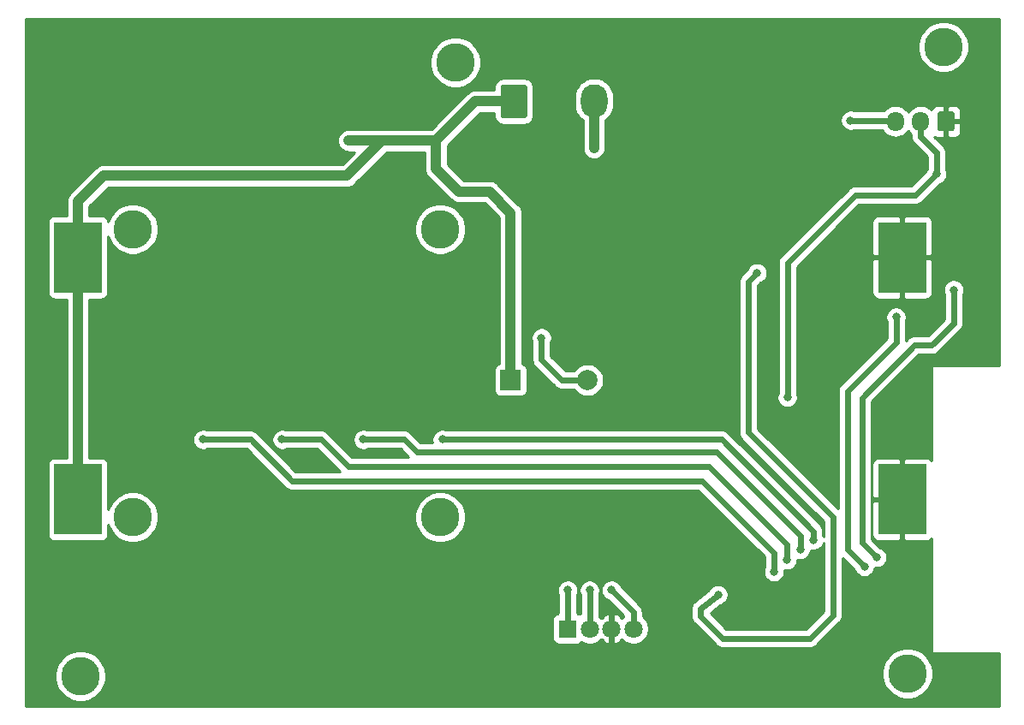
<source format=gbr>
%TF.GenerationSoftware,KiCad,Pcbnew,(5.1.10-1-10_14)*%
%TF.CreationDate,2022-01-13T07:57:04-05:00*%
%TF.ProjectId,PCB_Design,5043425f-4465-4736-9967-6e2e6b696361,rev?*%
%TF.SameCoordinates,Original*%
%TF.FileFunction,Copper,L2,Bot*%
%TF.FilePolarity,Positive*%
%FSLAX46Y46*%
G04 Gerber Fmt 4.6, Leading zero omitted, Abs format (unit mm)*
G04 Created by KiCad (PCBNEW (5.1.10-1-10_14)) date 2022-01-13 07:57:04*
%MOMM*%
%LPD*%
G01*
G04 APERTURE LIST*
%TA.AperFunction,ComponentPad*%
%ADD10O,2.640000X3.300000*%
%TD*%
%TA.AperFunction,ComponentPad*%
%ADD11C,3.800000*%
%TD*%
%TA.AperFunction,SMDPad,CuDef*%
%ADD12R,4.700000X7.000000*%
%TD*%
%TA.AperFunction,ComponentPad*%
%ADD13R,2.000000X2.000000*%
%TD*%
%TA.AperFunction,ComponentPad*%
%ADD14C,2.000000*%
%TD*%
%TA.AperFunction,ComponentPad*%
%ADD15R,1.800000X1.800000*%
%TD*%
%TA.AperFunction,ComponentPad*%
%ADD16C,1.800000*%
%TD*%
%TA.AperFunction,ComponentPad*%
%ADD17O,1.700000X1.950000*%
%TD*%
%TA.AperFunction,ViaPad*%
%ADD18C,0.800000*%
%TD*%
%TA.AperFunction,ViaPad*%
%ADD19C,0.900000*%
%TD*%
%TA.AperFunction,Conductor*%
%ADD20C,0.600000*%
%TD*%
%TA.AperFunction,Conductor*%
%ADD21C,1.000000*%
%TD*%
%TA.AperFunction,Conductor*%
%ADD22C,0.254000*%
%TD*%
%TA.AperFunction,Conductor*%
%ADD23C,0.100000*%
%TD*%
G04 APERTURE END LIST*
D10*
%TO.P,SW_ONOFF1,2*%
%TO.N,Net-(FlagLED_R1-Pad2)*%
X118110000Y-99568000D03*
%TO.P,SW_ONOFF1,1*%
%TO.N,/Batt*%
%TA.AperFunction,ComponentPad*%
G36*
G01*
X111242500Y-101281500D02*
X109102500Y-101281500D01*
G75*
G02*
X108852500Y-101031500I0J250000D01*
G01*
X108852500Y-98231500D01*
G75*
G02*
X109102500Y-97981500I250000J0D01*
G01*
X111242500Y-97981500D01*
G75*
G02*
X111492500Y-98231500I0J-250000D01*
G01*
X111492500Y-101031500D01*
G75*
G02*
X111242500Y-101281500I-250000J0D01*
G01*
G37*
%TD.AperFunction*%
%TD*%
D11*
%TO.P,Conn_OLED1,*%
%TO.N,*%
X72493500Y-140760000D03*
X72493500Y-112260000D03*
X102893500Y-112260000D03*
X102893500Y-140760000D03*
%TD*%
%TO.P,Tornillo vier,1*%
%TO.N,N/C*%
X149098000Y-156210000D03*
%TD*%
%TO.P,Tornillo drei,1*%
%TO.N,N/C*%
X67310000Y-156464000D03*
%TD*%
%TO.P,Tornillo zwei,1*%
%TO.N,N/C*%
X152654000Y-94234000D03*
%TD*%
%TO.P,Tornillo eins,1*%
%TO.N,N/C*%
X104394000Y-95758000D03*
%TD*%
D12*
%TO.P,Battery1,1*%
%TO.N,/Batt*%
X67068500Y-139001500D03*
%TO.P,Battery1,2*%
%TO.N,GND*%
X148568500Y-139001500D03*
%TD*%
%TO.P,Battery2,2*%
%TO.N,GND*%
X148568500Y-115062000D03*
%TO.P,Battery2,1*%
%TO.N,/Batt*%
X67068500Y-115062000D03*
%TD*%
D13*
%TO.P,Buzzer1,1*%
%TO.N,/Batt*%
X109855000Y-127190500D03*
D14*
%TO.P,Buzzer1,2*%
%TO.N,Net-(Buzzer1-Pad2)*%
X117455000Y-127190500D03*
%TD*%
D15*
%TO.P,D1,1*%
%TO.N,Net-(D1-Pad1)*%
X115519200Y-151790400D03*
D16*
%TO.P,D1,2*%
%TO.N,Net-(D1-Pad2)*%
X117678200Y-151790400D03*
%TO.P,D1,3*%
%TO.N,GND*%
X119837200Y-151790400D03*
%TO.P,D1,4*%
%TO.N,Net-(D1-Pad4)*%
X121996200Y-151790400D03*
%TD*%
%TO.P,Sens_Temp1,1*%
%TO.N,GND*%
%TA.AperFunction,ComponentPad*%
G36*
G01*
X153758000Y-100875000D02*
X153758000Y-102325000D01*
G75*
G02*
X153508000Y-102575000I-250000J0D01*
G01*
X152308000Y-102575000D01*
G75*
G02*
X152058000Y-102325000I0J250000D01*
G01*
X152058000Y-100875000D01*
G75*
G02*
X152308000Y-100625000I250000J0D01*
G01*
X153508000Y-100625000D01*
G75*
G02*
X153758000Y-100875000I0J-250000D01*
G01*
G37*
%TD.AperFunction*%
D17*
%TO.P,Sens_Temp1,2*%
%TO.N,Net-(4.7k1-Pad2)*%
X150408000Y-101600000D03*
%TO.P,Sens_Temp1,3*%
%TO.N,/3.3v*%
X147908000Y-101600000D03*
%TD*%
D18*
%TO.N,/3.3v*%
X143459200Y-101498400D03*
%TO.N,Net-(4.7k1-Pad2)*%
X151968200Y-106807000D03*
X137223500Y-128892300D03*
%TO.N,/Batt*%
X93853000Y-103505000D03*
D19*
%TO.N,GND*%
X79946500Y-128460500D03*
X87820500Y-128333500D03*
X95758000Y-128524000D03*
X103886000Y-153797000D03*
X94043500Y-154876500D03*
D18*
X71183500Y-131064000D03*
X144653000Y-153035000D03*
X125984000Y-152717500D03*
X93472000Y-117348000D03*
%TO.N,Net-(Buzzer1-Pad2)*%
X112903000Y-123012200D03*
%TO.N,/Button1/Sw*%
X103104700Y-133064500D03*
X139801600Y-143002000D03*
%TO.N,/Button2 /Sw*%
X95281500Y-133064500D03*
X138480800Y-143967200D03*
%TO.N,/Button3/Sw*%
X87255100Y-133064500D03*
X137160000Y-144983200D03*
%TO.N,/Button4/Sw*%
X79431900Y-133064500D03*
X135890000Y-146151600D03*
%TO.N,Net-(D1-Pad1)*%
X115506500Y-147967700D03*
%TO.N,Net-(D1-Pad2)*%
X117665500Y-147967700D03*
%TO.N,Net-(FlagLED_R1-Pad2)*%
X118110000Y-104241600D03*
%TO.N,Net-(SW2-Pad1)*%
X134213600Y-116586000D03*
X130352800Y-148437600D03*
%TO.N,Net-(Conn_prog1-Pad3)*%
X153669000Y-118263400D03*
X146050000Y-144729200D03*
%TO.N,Net-(Conn_prog1-Pad2)*%
X147980400Y-120954800D03*
X144830800Y-145643600D03*
%TO.N,Net-(D1-Pad4)*%
X119824500Y-147967700D03*
%TD*%
D20*
%TO.N,/3.3v*%
X147806400Y-101498400D02*
X147908000Y-101600000D01*
X143459200Y-101498400D02*
X147806400Y-101498400D01*
%TO.N,Net-(4.7k1-Pad2)*%
X150408000Y-101600000D02*
X150408000Y-103113200D01*
X150408000Y-103113200D02*
X151993600Y-104698800D01*
X151993600Y-106781600D02*
X151968200Y-106807000D01*
X151993600Y-104698800D02*
X151993600Y-106781600D01*
X137223500Y-128892300D02*
X137223500Y-115608100D01*
X137223500Y-115608100D02*
X143916400Y-108915200D01*
X149860000Y-108915200D02*
X151968200Y-106807000D01*
X143916400Y-108915200D02*
X149860000Y-108915200D01*
D21*
%TO.N,/Batt*%
X67068500Y-139001500D02*
X67068500Y-115062000D01*
X67068500Y-115062000D02*
X67068500Y-109525000D01*
X67068500Y-109525000D02*
X69608700Y-106984800D01*
X93675200Y-106984800D02*
X97155000Y-103505000D01*
X69608700Y-106984800D02*
X93675200Y-106984800D01*
X97155000Y-103505000D02*
X93853000Y-103505000D01*
X97155000Y-103505000D02*
X102489000Y-103505000D01*
X102489000Y-103505000D02*
X106362500Y-99631500D01*
X106362500Y-99631500D02*
X110172500Y-99631500D01*
X102489000Y-106299000D02*
X104749600Y-108559600D01*
X102489000Y-103505000D02*
X102489000Y-106299000D01*
X104749600Y-108559600D02*
X107746800Y-108559600D01*
X107746800Y-108559600D02*
X109855000Y-110667800D01*
X109855000Y-110667800D02*
X109855000Y-127190500D01*
D20*
%TO.N,GND*%
X119837200Y-151790400D02*
X119837200Y-153530300D01*
X119837200Y-151790400D02*
X119837200Y-150317200D01*
%TO.N,Net-(Buzzer1-Pad2)*%
X112903000Y-123012200D02*
X112903000Y-125196600D01*
X114896900Y-127190500D02*
X117455000Y-127190500D01*
X112903000Y-125196600D02*
X114896900Y-127190500D01*
%TO.N,/Button1/Sw*%
X103104700Y-133064500D02*
X130727700Y-133064500D01*
X130727700Y-133064500D02*
X139801600Y-142138400D01*
X139801600Y-142138400D02*
X139801600Y-143002000D01*
X139801600Y-143002000D02*
X139801600Y-143002000D01*
%TO.N,/Button2 /Sw*%
X95281500Y-133064500D02*
X99333300Y-133064500D01*
X99333300Y-133064500D02*
X100584000Y-134315200D01*
X100584000Y-134315200D02*
X130200400Y-134315200D01*
X130200400Y-134315200D02*
X138480800Y-142595600D01*
X138480800Y-142595600D02*
X138480800Y-143967200D01*
X138480800Y-143967200D02*
X138480800Y-143967200D01*
%TO.N,/Button3/Sw*%
X87255100Y-133064500D02*
X91103700Y-133064500D01*
X91103700Y-133064500D02*
X93776800Y-135737600D01*
X93776800Y-135737600D02*
X129438400Y-135737600D01*
X129438400Y-135737600D02*
X137160000Y-143459200D01*
X137160000Y-143459200D02*
X137160000Y-144983200D01*
X137160000Y-144983200D02*
X137160000Y-144983200D01*
%TO.N,/Button4/Sw*%
X135890000Y-146151600D02*
X135890000Y-146151600D01*
X128778000Y-137160000D02*
X135890000Y-144272000D01*
X88188800Y-137160000D02*
X128778000Y-137160000D01*
X135890000Y-144272000D02*
X135890000Y-146151600D01*
X84144100Y-133064500D02*
X88188800Y-137160000D01*
X79431900Y-133064500D02*
X84144100Y-133064500D01*
%TO.N,Net-(D1-Pad1)*%
X115506500Y-151777700D02*
X115519200Y-151790400D01*
X115506500Y-147967700D02*
X115506500Y-151777700D01*
%TO.N,Net-(D1-Pad2)*%
X117665500Y-151777700D02*
X117678200Y-151790400D01*
X117665500Y-147967700D02*
X117665500Y-151777700D01*
%TO.N,Net-(FlagLED_R1-Pad2)*%
X118110000Y-104241600D02*
X118110000Y-104241600D01*
D21*
X118110000Y-99568000D02*
X118110000Y-104241600D01*
D20*
%TO.N,Net-(SW2-Pad1)*%
X128625600Y-149809200D02*
X130352800Y-148437600D01*
X128625600Y-150571200D02*
X128625600Y-149809200D01*
X139446000Y-152755600D02*
X130810000Y-152755600D01*
X130810000Y-152755600D02*
X128625600Y-150571200D01*
X141732000Y-150469600D02*
X139446000Y-152755600D01*
X141732000Y-140766800D02*
X141732000Y-150469600D01*
X133350000Y-132384800D02*
X141732000Y-140766800D01*
X133350000Y-117449600D02*
X133350000Y-132384800D01*
X134213600Y-116586000D02*
X133350000Y-117449600D01*
X130352800Y-148437600D02*
X130352800Y-148437600D01*
%TO.N,Net-(Conn_prog1-Pad3)*%
X153669000Y-118263400D02*
X153669000Y-121565400D01*
X153669000Y-121565400D02*
X151485600Y-123748800D01*
X151485600Y-123748800D02*
X150469600Y-123748800D01*
X150469600Y-123748800D02*
X149809200Y-123748800D01*
X149809200Y-123748800D02*
X144627600Y-128930400D01*
X144627600Y-128930400D02*
X144627600Y-143306800D01*
X144627600Y-143306800D02*
X145973800Y-144653000D01*
X145973800Y-144653000D02*
X145999200Y-144678400D01*
%TO.N,Net-(Conn_prog1-Pad2)*%
X147980400Y-120954800D02*
X147980400Y-123444000D01*
X147980400Y-123444000D02*
X143154400Y-128270000D01*
X143154400Y-128270000D02*
X143154400Y-143967200D01*
X143154400Y-143967200D02*
X144830800Y-145643600D01*
X144830800Y-145643600D02*
X144830800Y-145643600D01*
%TO.N,Net-(D1-Pad4)*%
X119824500Y-147967700D02*
X121970800Y-150114000D01*
X121970800Y-151765000D02*
X121996200Y-151790400D01*
X121970800Y-150114000D02*
X121970800Y-151765000D01*
%TD*%
D22*
%TO.N,GND*%
X158128501Y-125730000D02*
X151574500Y-125730000D01*
X151549724Y-125732440D01*
X151525899Y-125739667D01*
X151503943Y-125751403D01*
X151484697Y-125767197D01*
X151468903Y-125786443D01*
X151457167Y-125808399D01*
X151449940Y-125832224D01*
X151447500Y-125857000D01*
X151447500Y-135145133D01*
X151369685Y-135050315D01*
X151272994Y-134970963D01*
X151162680Y-134911998D01*
X151042982Y-134875688D01*
X150918500Y-134863428D01*
X148854250Y-134866500D01*
X148695500Y-135025250D01*
X148695500Y-138874500D01*
X148715500Y-138874500D01*
X148715500Y-139128500D01*
X148695500Y-139128500D01*
X148695500Y-142977750D01*
X148854250Y-143136500D01*
X150918500Y-143139572D01*
X151042982Y-143127312D01*
X151162680Y-143091002D01*
X151272994Y-143032037D01*
X151369685Y-142952685D01*
X151447500Y-142857867D01*
X151447500Y-154051000D01*
X151449940Y-154075776D01*
X151457167Y-154099601D01*
X151468903Y-154121557D01*
X151484697Y-154140803D01*
X151503943Y-154156597D01*
X151525899Y-154168333D01*
X151549724Y-154175560D01*
X151574500Y-154178000D01*
X158128501Y-154178000D01*
X158128501Y-159477500D01*
X61899000Y-159477500D01*
X61899000Y-156214324D01*
X64775000Y-156214324D01*
X64775000Y-156713676D01*
X64872418Y-157203432D01*
X65063512Y-157664773D01*
X65340937Y-158079968D01*
X65694032Y-158433063D01*
X66109227Y-158710488D01*
X66570568Y-158901582D01*
X67060324Y-158999000D01*
X67559676Y-158999000D01*
X68049432Y-158901582D01*
X68510773Y-158710488D01*
X68925968Y-158433063D01*
X69279063Y-158079968D01*
X69556488Y-157664773D01*
X69747582Y-157203432D01*
X69845000Y-156713676D01*
X69845000Y-156214324D01*
X69794477Y-155960324D01*
X146563000Y-155960324D01*
X146563000Y-156459676D01*
X146660418Y-156949432D01*
X146851512Y-157410773D01*
X147128937Y-157825968D01*
X147482032Y-158179063D01*
X147897227Y-158456488D01*
X148358568Y-158647582D01*
X148848324Y-158745000D01*
X149347676Y-158745000D01*
X149837432Y-158647582D01*
X150298773Y-158456488D01*
X150713968Y-158179063D01*
X151067063Y-157825968D01*
X151344488Y-157410773D01*
X151535582Y-156949432D01*
X151633000Y-156459676D01*
X151633000Y-155960324D01*
X151535582Y-155470568D01*
X151344488Y-155009227D01*
X151067063Y-154594032D01*
X150713968Y-154240937D01*
X150298773Y-153963512D01*
X149837432Y-153772418D01*
X149347676Y-153675000D01*
X148848324Y-153675000D01*
X148358568Y-153772418D01*
X147897227Y-153963512D01*
X147482032Y-154240937D01*
X147128937Y-154594032D01*
X146851512Y-155009227D01*
X146660418Y-155470568D01*
X146563000Y-155960324D01*
X69794477Y-155960324D01*
X69747582Y-155724568D01*
X69556488Y-155263227D01*
X69279063Y-154848032D01*
X68925968Y-154494937D01*
X68510773Y-154217512D01*
X68049432Y-154026418D01*
X67559676Y-153929000D01*
X67060324Y-153929000D01*
X66570568Y-154026418D01*
X66109227Y-154217512D01*
X65694032Y-154494937D01*
X65340937Y-154848032D01*
X65063512Y-155263227D01*
X64872418Y-155724568D01*
X64775000Y-156214324D01*
X61899000Y-156214324D01*
X61899000Y-150890400D01*
X113981128Y-150890400D01*
X113981128Y-152690400D01*
X113993388Y-152814882D01*
X114029698Y-152934580D01*
X114088663Y-153044894D01*
X114168015Y-153141585D01*
X114264706Y-153220937D01*
X114375020Y-153279902D01*
X114494718Y-153316212D01*
X114619200Y-153328472D01*
X116419200Y-153328472D01*
X116543682Y-153316212D01*
X116663380Y-153279902D01*
X116773694Y-153220937D01*
X116870385Y-153141585D01*
X116894142Y-153112637D01*
X116951105Y-153150699D01*
X117230457Y-153266411D01*
X117527016Y-153325400D01*
X117829384Y-153325400D01*
X118125943Y-153266411D01*
X118405295Y-153150699D01*
X118656705Y-152982712D01*
X118752883Y-152886535D01*
X118836778Y-152970430D01*
X118952726Y-152854482D01*
X119036408Y-153108661D01*
X119308975Y-153239558D01*
X119601842Y-153314765D01*
X119903753Y-153331391D01*
X120203107Y-153288797D01*
X120488399Y-153188622D01*
X120637992Y-153108661D01*
X120721674Y-152854482D01*
X120837622Y-152970430D01*
X120921518Y-152886535D01*
X121017695Y-152982712D01*
X121269105Y-153150699D01*
X121548457Y-153266411D01*
X121845016Y-153325400D01*
X122147384Y-153325400D01*
X122443943Y-153266411D01*
X122723295Y-153150699D01*
X122974705Y-152982712D01*
X123188512Y-152768905D01*
X123356499Y-152517495D01*
X123472211Y-152238143D01*
X123531200Y-151941584D01*
X123531200Y-151639216D01*
X123472211Y-151342657D01*
X123356499Y-151063305D01*
X123188512Y-150811895D01*
X122974705Y-150598088D01*
X122905800Y-150552047D01*
X122905800Y-150159935D01*
X122910324Y-150114000D01*
X122892272Y-149930708D01*
X122838807Y-149754459D01*
X122808565Y-149697880D01*
X122751986Y-149592028D01*
X122635144Y-149449656D01*
X122599460Y-149420371D01*
X120801931Y-147622842D01*
X120741705Y-147477444D01*
X120628437Y-147307926D01*
X120484274Y-147163763D01*
X120314756Y-147050495D01*
X120126398Y-146972474D01*
X119926439Y-146932700D01*
X119722561Y-146932700D01*
X119522602Y-146972474D01*
X119334244Y-147050495D01*
X119164726Y-147163763D01*
X119020563Y-147307926D01*
X118907295Y-147477444D01*
X118829274Y-147665802D01*
X118789500Y-147865761D01*
X118789500Y-148069639D01*
X118829274Y-148269598D01*
X118907295Y-148457956D01*
X119020563Y-148627474D01*
X119164726Y-148771637D01*
X119334244Y-148884905D01*
X119479642Y-148945131D01*
X121035800Y-150501289D01*
X121035800Y-150585990D01*
X121017695Y-150598088D01*
X120921518Y-150694266D01*
X120837622Y-150610370D01*
X120721674Y-150726318D01*
X120637992Y-150472139D01*
X120365425Y-150341242D01*
X120072558Y-150266035D01*
X119770647Y-150249409D01*
X119471293Y-150292003D01*
X119186001Y-150392178D01*
X119036408Y-150472139D01*
X118952726Y-150726318D01*
X118836778Y-150610370D01*
X118752883Y-150694266D01*
X118656705Y-150598088D01*
X118600500Y-150560533D01*
X118600500Y-148414995D01*
X118660726Y-148269598D01*
X118700500Y-148069639D01*
X118700500Y-147865761D01*
X118660726Y-147665802D01*
X118582705Y-147477444D01*
X118469437Y-147307926D01*
X118325274Y-147163763D01*
X118155756Y-147050495D01*
X117967398Y-146972474D01*
X117767439Y-146932700D01*
X117563561Y-146932700D01*
X117363602Y-146972474D01*
X117175244Y-147050495D01*
X117005726Y-147163763D01*
X116861563Y-147307926D01*
X116748295Y-147477444D01*
X116670274Y-147665802D01*
X116630500Y-147865761D01*
X116630500Y-148069639D01*
X116670274Y-148269598D01*
X116730500Y-148414996D01*
X116730501Y-150336775D01*
X116663380Y-150300898D01*
X116543682Y-150264588D01*
X116441500Y-150254524D01*
X116441500Y-148414995D01*
X116501726Y-148269598D01*
X116541500Y-148069639D01*
X116541500Y-147865761D01*
X116501726Y-147665802D01*
X116423705Y-147477444D01*
X116310437Y-147307926D01*
X116166274Y-147163763D01*
X115996756Y-147050495D01*
X115808398Y-146972474D01*
X115608439Y-146932700D01*
X115404561Y-146932700D01*
X115204602Y-146972474D01*
X115016244Y-147050495D01*
X114846726Y-147163763D01*
X114702563Y-147307926D01*
X114589295Y-147477444D01*
X114511274Y-147665802D01*
X114471500Y-147865761D01*
X114471500Y-148069639D01*
X114511274Y-148269598D01*
X114571500Y-148414996D01*
X114571501Y-150257026D01*
X114494718Y-150264588D01*
X114375020Y-150300898D01*
X114264706Y-150359863D01*
X114168015Y-150439215D01*
X114088663Y-150535906D01*
X114029698Y-150646220D01*
X113993388Y-150765918D01*
X113981128Y-150890400D01*
X61899000Y-150890400D01*
X61899000Y-111562000D01*
X64080428Y-111562000D01*
X64080428Y-118562000D01*
X64092688Y-118686482D01*
X64128998Y-118806180D01*
X64187963Y-118916494D01*
X64267315Y-119013185D01*
X64364006Y-119092537D01*
X64474320Y-119151502D01*
X64594018Y-119187812D01*
X64718500Y-119200072D01*
X65933501Y-119200072D01*
X65933500Y-134863428D01*
X64718500Y-134863428D01*
X64594018Y-134875688D01*
X64474320Y-134911998D01*
X64364006Y-134970963D01*
X64267315Y-135050315D01*
X64187963Y-135147006D01*
X64128998Y-135257320D01*
X64092688Y-135377018D01*
X64080428Y-135501500D01*
X64080428Y-142501500D01*
X64092688Y-142625982D01*
X64128998Y-142745680D01*
X64187963Y-142855994D01*
X64267315Y-142952685D01*
X64364006Y-143032037D01*
X64474320Y-143091002D01*
X64594018Y-143127312D01*
X64718500Y-143139572D01*
X69418500Y-143139572D01*
X69542982Y-143127312D01*
X69662680Y-143091002D01*
X69772994Y-143032037D01*
X69869685Y-142952685D01*
X69949037Y-142855994D01*
X70008002Y-142745680D01*
X70044312Y-142625982D01*
X70056572Y-142501500D01*
X70056572Y-141501011D01*
X70247012Y-141960773D01*
X70524437Y-142375968D01*
X70877532Y-142729063D01*
X71292727Y-143006488D01*
X71754068Y-143197582D01*
X72243824Y-143295000D01*
X72743176Y-143295000D01*
X73232932Y-143197582D01*
X73694273Y-143006488D01*
X74109468Y-142729063D01*
X74462563Y-142375968D01*
X74739988Y-141960773D01*
X74931082Y-141499432D01*
X75028500Y-141009676D01*
X75028500Y-140510324D01*
X100358500Y-140510324D01*
X100358500Y-141009676D01*
X100455918Y-141499432D01*
X100647012Y-141960773D01*
X100924437Y-142375968D01*
X101277532Y-142729063D01*
X101692727Y-143006488D01*
X102154068Y-143197582D01*
X102643824Y-143295000D01*
X103143176Y-143295000D01*
X103632932Y-143197582D01*
X104094273Y-143006488D01*
X104509468Y-142729063D01*
X104862563Y-142375968D01*
X105139988Y-141960773D01*
X105331082Y-141499432D01*
X105428500Y-141009676D01*
X105428500Y-140510324D01*
X105331082Y-140020568D01*
X105139988Y-139559227D01*
X104862563Y-139144032D01*
X104509468Y-138790937D01*
X104094273Y-138513512D01*
X103632932Y-138322418D01*
X103143176Y-138225000D01*
X102643824Y-138225000D01*
X102154068Y-138322418D01*
X101692727Y-138513512D01*
X101277532Y-138790937D01*
X100924437Y-139144032D01*
X100647012Y-139559227D01*
X100455918Y-140020568D01*
X100358500Y-140510324D01*
X75028500Y-140510324D01*
X74931082Y-140020568D01*
X74739988Y-139559227D01*
X74462563Y-139144032D01*
X74109468Y-138790937D01*
X73694273Y-138513512D01*
X73232932Y-138322418D01*
X72743176Y-138225000D01*
X72243824Y-138225000D01*
X71754068Y-138322418D01*
X71292727Y-138513512D01*
X70877532Y-138790937D01*
X70524437Y-139144032D01*
X70247012Y-139559227D01*
X70056572Y-140018989D01*
X70056572Y-135501500D01*
X70044312Y-135377018D01*
X70008002Y-135257320D01*
X69949037Y-135147006D01*
X69869685Y-135050315D01*
X69772994Y-134970963D01*
X69662680Y-134911998D01*
X69542982Y-134875688D01*
X69418500Y-134863428D01*
X68203500Y-134863428D01*
X68203500Y-132962561D01*
X78396900Y-132962561D01*
X78396900Y-133166439D01*
X78436674Y-133366398D01*
X78514695Y-133554756D01*
X78627963Y-133724274D01*
X78772126Y-133868437D01*
X78941644Y-133981705D01*
X79130002Y-134059726D01*
X79329961Y-134099500D01*
X79533839Y-134099500D01*
X79733798Y-134059726D01*
X79879195Y-133999500D01*
X83753388Y-133999500D01*
X87493321Y-137786406D01*
X87524456Y-137824344D01*
X87593395Y-137880921D01*
X87661963Y-137937913D01*
X87664550Y-137939317D01*
X87666828Y-137941186D01*
X87745477Y-137983224D01*
X87823849Y-138025746D01*
X87826663Y-138026619D01*
X87829260Y-138028007D01*
X87914533Y-138053874D01*
X87999761Y-138080310D01*
X88002694Y-138080617D01*
X88005508Y-138081471D01*
X88094164Y-138090203D01*
X88182937Y-138099506D01*
X88231811Y-138095000D01*
X128390711Y-138095000D01*
X134955000Y-144659289D01*
X134955001Y-145704303D01*
X134894774Y-145849702D01*
X134855000Y-146049661D01*
X134855000Y-146253539D01*
X134894774Y-146453498D01*
X134972795Y-146641856D01*
X135086063Y-146811374D01*
X135230226Y-146955537D01*
X135399744Y-147068805D01*
X135588102Y-147146826D01*
X135788061Y-147186600D01*
X135991939Y-147186600D01*
X136191898Y-147146826D01*
X136380256Y-147068805D01*
X136549774Y-146955537D01*
X136693937Y-146811374D01*
X136807205Y-146641856D01*
X136885226Y-146453498D01*
X136925000Y-146253539D01*
X136925000Y-146049661D01*
X136913003Y-145989346D01*
X137058061Y-146018200D01*
X137261939Y-146018200D01*
X137461898Y-145978426D01*
X137650256Y-145900405D01*
X137819774Y-145787137D01*
X137963937Y-145642974D01*
X138077205Y-145473456D01*
X138155226Y-145285098D01*
X138195000Y-145085139D01*
X138195000Y-144965628D01*
X138378861Y-145002200D01*
X138582739Y-145002200D01*
X138782698Y-144962426D01*
X138971056Y-144884405D01*
X139140574Y-144771137D01*
X139284737Y-144626974D01*
X139398005Y-144457456D01*
X139476026Y-144269098D01*
X139515800Y-144069139D01*
X139515800Y-144000428D01*
X139699661Y-144037000D01*
X139903539Y-144037000D01*
X140103498Y-143997226D01*
X140291856Y-143919205D01*
X140461374Y-143805937D01*
X140605537Y-143661774D01*
X140718805Y-143492256D01*
X140796826Y-143303898D01*
X140797000Y-143303022D01*
X140797001Y-150082309D01*
X139058711Y-151820600D01*
X131197290Y-151820600D01*
X129603375Y-150226686D01*
X130585793Y-149446532D01*
X130654698Y-149432826D01*
X130843056Y-149354805D01*
X131012574Y-149241537D01*
X131156737Y-149097374D01*
X131270005Y-148927856D01*
X131348026Y-148739498D01*
X131387800Y-148539539D01*
X131387800Y-148335661D01*
X131348026Y-148135702D01*
X131270005Y-147947344D01*
X131156737Y-147777826D01*
X131012574Y-147633663D01*
X130843056Y-147520395D01*
X130654698Y-147442374D01*
X130454739Y-147402600D01*
X130250861Y-147402600D01*
X130050902Y-147442374D01*
X129862544Y-147520395D01*
X129693026Y-147633663D01*
X129548863Y-147777826D01*
X129435595Y-147947344D01*
X129420368Y-147984105D01*
X128110320Y-149024438D01*
X128103629Y-149028014D01*
X128038234Y-149081682D01*
X128008171Y-149105556D01*
X128002763Y-149110793D01*
X127961257Y-149144856D01*
X127936754Y-149174713D01*
X127909016Y-149201573D01*
X127878479Y-149245720D01*
X127844415Y-149287228D01*
X127826209Y-149321289D01*
X127804243Y-149353046D01*
X127782901Y-149402313D01*
X127757594Y-149449660D01*
X127746385Y-149486609D01*
X127731033Y-149522050D01*
X127719713Y-149574536D01*
X127704129Y-149625908D01*
X127700344Y-149664340D01*
X127692202Y-149702089D01*
X127691339Y-149755769D01*
X127690600Y-149763268D01*
X127690600Y-149801689D01*
X127689240Y-149886243D01*
X127690600Y-149893705D01*
X127690600Y-150525268D01*
X127686076Y-150571200D01*
X127690600Y-150617131D01*
X127704129Y-150754491D01*
X127757593Y-150930739D01*
X127844414Y-151093171D01*
X127961256Y-151235544D01*
X127996941Y-151264830D01*
X130116374Y-153384264D01*
X130145656Y-153419944D01*
X130288028Y-153536786D01*
X130450460Y-153623607D01*
X130573243Y-153660853D01*
X130626707Y-153677071D01*
X130809999Y-153695124D01*
X130855931Y-153690600D01*
X139400068Y-153690600D01*
X139446000Y-153695124D01*
X139491932Y-153690600D01*
X139629292Y-153677071D01*
X139805540Y-153623607D01*
X139967972Y-153536786D01*
X140110344Y-153419944D01*
X140139630Y-153384259D01*
X142360664Y-151163226D01*
X142396344Y-151133944D01*
X142513186Y-150991572D01*
X142600007Y-150829140D01*
X142653471Y-150652892D01*
X142667000Y-150515532D01*
X142671524Y-150469601D01*
X142667000Y-150423669D01*
X142667000Y-144802089D01*
X143853369Y-145988458D01*
X143913595Y-146133856D01*
X144026863Y-146303374D01*
X144171026Y-146447537D01*
X144340544Y-146560805D01*
X144528902Y-146638826D01*
X144728861Y-146678600D01*
X144932739Y-146678600D01*
X145132698Y-146638826D01*
X145321056Y-146560805D01*
X145490574Y-146447537D01*
X145634737Y-146303374D01*
X145748005Y-146133856D01*
X145826026Y-145945498D01*
X145865360Y-145747750D01*
X145948061Y-145764200D01*
X146151939Y-145764200D01*
X146351898Y-145724426D01*
X146540256Y-145646405D01*
X146709774Y-145533137D01*
X146853937Y-145388974D01*
X146967205Y-145219456D01*
X147045226Y-145031098D01*
X147085000Y-144831139D01*
X147085000Y-144627261D01*
X147045226Y-144427302D01*
X146967205Y-144238944D01*
X146853937Y-144069426D01*
X146709774Y-143925263D01*
X146540256Y-143811995D01*
X146394859Y-143751769D01*
X145562600Y-142919511D01*
X145562600Y-142501500D01*
X145580428Y-142501500D01*
X145592688Y-142625982D01*
X145628998Y-142745680D01*
X145687963Y-142855994D01*
X145767315Y-142952685D01*
X145864006Y-143032037D01*
X145974320Y-143091002D01*
X146094018Y-143127312D01*
X146218500Y-143139572D01*
X148282750Y-143136500D01*
X148441500Y-142977750D01*
X148441500Y-139128500D01*
X145742250Y-139128500D01*
X145583500Y-139287250D01*
X145580428Y-142501500D01*
X145562600Y-142501500D01*
X145562600Y-135501500D01*
X145580428Y-135501500D01*
X145583500Y-138715750D01*
X145742250Y-138874500D01*
X148441500Y-138874500D01*
X148441500Y-135025250D01*
X148282750Y-134866500D01*
X146218500Y-134863428D01*
X146094018Y-134875688D01*
X145974320Y-134911998D01*
X145864006Y-134970963D01*
X145767315Y-135050315D01*
X145687963Y-135147006D01*
X145628998Y-135257320D01*
X145592688Y-135377018D01*
X145580428Y-135501500D01*
X145562600Y-135501500D01*
X145562600Y-129317689D01*
X150196490Y-124683800D01*
X151439668Y-124683800D01*
X151485600Y-124688324D01*
X151531532Y-124683800D01*
X151668892Y-124670271D01*
X151845140Y-124616807D01*
X152007572Y-124529986D01*
X152149944Y-124413144D01*
X152179230Y-124377459D01*
X154297659Y-122259030D01*
X154333344Y-122229744D01*
X154450186Y-122087372D01*
X154537007Y-121924940D01*
X154590471Y-121748692D01*
X154604000Y-121611332D01*
X154608524Y-121565400D01*
X154604000Y-121519468D01*
X154604000Y-118710695D01*
X154664226Y-118565298D01*
X154704000Y-118365339D01*
X154704000Y-118161461D01*
X154664226Y-117961502D01*
X154586205Y-117773144D01*
X154472937Y-117603626D01*
X154328774Y-117459463D01*
X154159256Y-117346195D01*
X153970898Y-117268174D01*
X153770939Y-117228400D01*
X153567061Y-117228400D01*
X153367102Y-117268174D01*
X153178744Y-117346195D01*
X153009226Y-117459463D01*
X152865063Y-117603626D01*
X152751795Y-117773144D01*
X152673774Y-117961502D01*
X152634000Y-118161461D01*
X152634000Y-118365339D01*
X152673774Y-118565298D01*
X152734000Y-118710696D01*
X152734001Y-121178110D01*
X151098311Y-122813800D01*
X149855132Y-122813800D01*
X149809200Y-122809276D01*
X149763268Y-122813800D01*
X149625908Y-122827329D01*
X149449660Y-122880793D01*
X149287228Y-122967614D01*
X149144856Y-123084456D01*
X149115576Y-123120134D01*
X148915400Y-123320310D01*
X148915400Y-121402095D01*
X148975626Y-121256698D01*
X149015400Y-121056739D01*
X149015400Y-120852861D01*
X148975626Y-120652902D01*
X148897605Y-120464544D01*
X148784337Y-120295026D01*
X148640174Y-120150863D01*
X148470656Y-120037595D01*
X148282298Y-119959574D01*
X148082339Y-119919800D01*
X147878461Y-119919800D01*
X147678502Y-119959574D01*
X147490144Y-120037595D01*
X147320626Y-120150863D01*
X147176463Y-120295026D01*
X147063195Y-120464544D01*
X146985174Y-120652902D01*
X146945400Y-120852861D01*
X146945400Y-121056739D01*
X146985174Y-121256698D01*
X147045400Y-121402096D01*
X147045401Y-123056710D01*
X142525741Y-127576370D01*
X142490056Y-127605656D01*
X142373214Y-127748029D01*
X142286393Y-127910461D01*
X142241484Y-128058506D01*
X142232929Y-128086709D01*
X142214876Y-128270000D01*
X142219400Y-128315932D01*
X142219401Y-139931911D01*
X134285000Y-131997511D01*
X134285000Y-128790361D01*
X136188500Y-128790361D01*
X136188500Y-128994239D01*
X136228274Y-129194198D01*
X136306295Y-129382556D01*
X136419563Y-129552074D01*
X136563726Y-129696237D01*
X136733244Y-129809505D01*
X136921602Y-129887526D01*
X137121561Y-129927300D01*
X137325439Y-129927300D01*
X137525398Y-129887526D01*
X137713756Y-129809505D01*
X137883274Y-129696237D01*
X138027437Y-129552074D01*
X138140705Y-129382556D01*
X138218726Y-129194198D01*
X138258500Y-128994239D01*
X138258500Y-128790361D01*
X138218726Y-128590402D01*
X138158500Y-128445005D01*
X138158500Y-118562000D01*
X145580428Y-118562000D01*
X145592688Y-118686482D01*
X145628998Y-118806180D01*
X145687963Y-118916494D01*
X145767315Y-119013185D01*
X145864006Y-119092537D01*
X145974320Y-119151502D01*
X146094018Y-119187812D01*
X146218500Y-119200072D01*
X148282750Y-119197000D01*
X148441500Y-119038250D01*
X148441500Y-115189000D01*
X148695500Y-115189000D01*
X148695500Y-119038250D01*
X148854250Y-119197000D01*
X150918500Y-119200072D01*
X151042982Y-119187812D01*
X151162680Y-119151502D01*
X151272994Y-119092537D01*
X151369685Y-119013185D01*
X151449037Y-118916494D01*
X151508002Y-118806180D01*
X151544312Y-118686482D01*
X151556572Y-118562000D01*
X151553500Y-115347750D01*
X151394750Y-115189000D01*
X148695500Y-115189000D01*
X148441500Y-115189000D01*
X145742250Y-115189000D01*
X145583500Y-115347750D01*
X145580428Y-118562000D01*
X138158500Y-118562000D01*
X138158500Y-115995389D01*
X142591889Y-111562000D01*
X145580428Y-111562000D01*
X145583500Y-114776250D01*
X145742250Y-114935000D01*
X148441500Y-114935000D01*
X148441500Y-111085750D01*
X148695500Y-111085750D01*
X148695500Y-114935000D01*
X151394750Y-114935000D01*
X151553500Y-114776250D01*
X151556572Y-111562000D01*
X151544312Y-111437518D01*
X151508002Y-111317820D01*
X151449037Y-111207506D01*
X151369685Y-111110815D01*
X151272994Y-111031463D01*
X151162680Y-110972498D01*
X151042982Y-110936188D01*
X150918500Y-110923928D01*
X148854250Y-110927000D01*
X148695500Y-111085750D01*
X148441500Y-111085750D01*
X148282750Y-110927000D01*
X146218500Y-110923928D01*
X146094018Y-110936188D01*
X145974320Y-110972498D01*
X145864006Y-111031463D01*
X145767315Y-111110815D01*
X145687963Y-111207506D01*
X145628998Y-111317820D01*
X145592688Y-111437518D01*
X145580428Y-111562000D01*
X142591889Y-111562000D01*
X144303689Y-109850200D01*
X149814068Y-109850200D01*
X149860000Y-109854724D01*
X149905932Y-109850200D01*
X150043292Y-109836671D01*
X150219540Y-109783207D01*
X150381972Y-109696386D01*
X150524344Y-109579544D01*
X150553630Y-109543859D01*
X152313059Y-107784431D01*
X152458456Y-107724205D01*
X152627974Y-107610937D01*
X152772137Y-107466774D01*
X152885405Y-107297256D01*
X152963426Y-107108898D01*
X153003200Y-106908939D01*
X153003200Y-106705061D01*
X152963426Y-106505102D01*
X152928600Y-106421025D01*
X152928600Y-104744731D01*
X152933124Y-104698799D01*
X152915071Y-104515508D01*
X152899476Y-104464099D01*
X152861607Y-104339260D01*
X152774786Y-104176828D01*
X152657944Y-104034456D01*
X152622265Y-104005176D01*
X151744583Y-103127493D01*
X151813820Y-103164502D01*
X151933518Y-103200812D01*
X152058000Y-103213072D01*
X152622250Y-103210000D01*
X152781000Y-103051250D01*
X152781000Y-101727000D01*
X153035000Y-101727000D01*
X153035000Y-103051250D01*
X153193750Y-103210000D01*
X153758000Y-103213072D01*
X153882482Y-103200812D01*
X154002180Y-103164502D01*
X154112494Y-103105537D01*
X154209185Y-103026185D01*
X154288537Y-102929494D01*
X154347502Y-102819180D01*
X154383812Y-102699482D01*
X154396072Y-102575000D01*
X154393000Y-101885750D01*
X154234250Y-101727000D01*
X153035000Y-101727000D01*
X152781000Y-101727000D01*
X152761000Y-101727000D01*
X152761000Y-101473000D01*
X152781000Y-101473000D01*
X152781000Y-100148750D01*
X153035000Y-100148750D01*
X153035000Y-101473000D01*
X154234250Y-101473000D01*
X154393000Y-101314250D01*
X154396072Y-100625000D01*
X154383812Y-100500518D01*
X154347502Y-100380820D01*
X154288537Y-100270506D01*
X154209185Y-100173815D01*
X154112494Y-100094463D01*
X154002180Y-100035498D01*
X153882482Y-99999188D01*
X153758000Y-99986928D01*
X153193750Y-99990000D01*
X153035000Y-100148750D01*
X152781000Y-100148750D01*
X152622250Y-99990000D01*
X152058000Y-99986928D01*
X151933518Y-99999188D01*
X151813820Y-100035498D01*
X151703506Y-100094463D01*
X151606815Y-100173815D01*
X151527463Y-100270506D01*
X151468498Y-100380820D01*
X151457945Y-100415608D01*
X151237014Y-100234294D01*
X150979034Y-100096401D01*
X150699111Y-100011487D01*
X150408000Y-99982815D01*
X150116890Y-100011487D01*
X149836967Y-100096401D01*
X149578987Y-100234294D01*
X149352866Y-100419866D01*
X149167294Y-100645986D01*
X149158000Y-100663374D01*
X149148706Y-100645986D01*
X148963134Y-100419866D01*
X148737014Y-100234294D01*
X148479034Y-100096401D01*
X148199111Y-100011487D01*
X147908000Y-99982815D01*
X147616890Y-100011487D01*
X147336967Y-100096401D01*
X147078987Y-100234294D01*
X146852866Y-100419866D01*
X146735071Y-100563400D01*
X143906495Y-100563400D01*
X143761098Y-100503174D01*
X143561139Y-100463400D01*
X143357261Y-100463400D01*
X143157302Y-100503174D01*
X142968944Y-100581195D01*
X142799426Y-100694463D01*
X142655263Y-100838626D01*
X142541995Y-101008144D01*
X142463974Y-101196502D01*
X142424200Y-101396461D01*
X142424200Y-101600339D01*
X142463974Y-101800298D01*
X142541995Y-101988656D01*
X142655263Y-102158174D01*
X142799426Y-102302337D01*
X142968944Y-102415605D01*
X143157302Y-102493626D01*
X143357261Y-102533400D01*
X143561139Y-102533400D01*
X143761098Y-102493626D01*
X143906495Y-102433400D01*
X146602825Y-102433400D01*
X146667294Y-102554013D01*
X146852866Y-102780134D01*
X147078986Y-102965706D01*
X147336966Y-103103599D01*
X147616889Y-103188513D01*
X147908000Y-103217185D01*
X148199110Y-103188513D01*
X148479033Y-103103599D01*
X148737013Y-102965706D01*
X148963134Y-102780134D01*
X149148706Y-102554014D01*
X149158000Y-102536626D01*
X149167294Y-102554013D01*
X149352866Y-102780134D01*
X149473001Y-102878726D01*
X149473001Y-103067259D01*
X149468476Y-103113200D01*
X149486529Y-103296491D01*
X149532868Y-103449248D01*
X149539994Y-103472740D01*
X149626815Y-103635172D01*
X149743657Y-103777544D01*
X149779336Y-103806825D01*
X151058600Y-105086090D01*
X151058601Y-106305361D01*
X151050995Y-106316744D01*
X150990769Y-106462141D01*
X149472711Y-107980200D01*
X143962332Y-107980200D01*
X143916400Y-107975676D01*
X143870468Y-107980200D01*
X143733108Y-107993729D01*
X143556860Y-108047193D01*
X143394428Y-108134014D01*
X143252056Y-108250856D01*
X143222770Y-108286541D01*
X136594836Y-114914475D01*
X136559157Y-114943756D01*
X136442315Y-115086128D01*
X136425412Y-115117752D01*
X136355494Y-115248560D01*
X136302029Y-115424809D01*
X136283976Y-115608100D01*
X136288501Y-115654042D01*
X136288500Y-128445005D01*
X136228274Y-128590402D01*
X136188500Y-128790361D01*
X134285000Y-128790361D01*
X134285000Y-117836889D01*
X134558458Y-117563431D01*
X134703856Y-117503205D01*
X134873374Y-117389937D01*
X135017537Y-117245774D01*
X135130805Y-117076256D01*
X135208826Y-116887898D01*
X135248600Y-116687939D01*
X135248600Y-116484061D01*
X135208826Y-116284102D01*
X135130805Y-116095744D01*
X135017537Y-115926226D01*
X134873374Y-115782063D01*
X134703856Y-115668795D01*
X134515498Y-115590774D01*
X134315539Y-115551000D01*
X134111661Y-115551000D01*
X133911702Y-115590774D01*
X133723344Y-115668795D01*
X133553826Y-115782063D01*
X133409663Y-115926226D01*
X133296395Y-116095744D01*
X133236169Y-116241142D01*
X132721341Y-116755970D01*
X132685656Y-116785256D01*
X132568814Y-116927629D01*
X132481993Y-117090061D01*
X132476560Y-117107972D01*
X132428529Y-117266309D01*
X132410476Y-117449600D01*
X132415000Y-117495532D01*
X132415001Y-132338858D01*
X132410476Y-132384800D01*
X132428529Y-132568091D01*
X132430396Y-132574244D01*
X132481994Y-132744340D01*
X132568815Y-132906772D01*
X132685657Y-133049144D01*
X132721336Y-133078425D01*
X140797000Y-141154090D01*
X140797000Y-142700978D01*
X140796826Y-142700102D01*
X140736600Y-142554705D01*
X140736600Y-142184324D01*
X140741123Y-142138399D01*
X140736600Y-142092474D01*
X140736600Y-142092468D01*
X140723071Y-141955108D01*
X140669607Y-141778860D01*
X140582786Y-141616428D01*
X140465944Y-141474056D01*
X140430266Y-141444776D01*
X131421330Y-132435841D01*
X131392044Y-132400156D01*
X131249672Y-132283314D01*
X131087240Y-132196493D01*
X130910992Y-132143029D01*
X130773632Y-132129500D01*
X130727700Y-132124976D01*
X130681768Y-132129500D01*
X103551995Y-132129500D01*
X103406598Y-132069274D01*
X103206639Y-132029500D01*
X103002761Y-132029500D01*
X102802802Y-132069274D01*
X102614444Y-132147295D01*
X102444926Y-132260563D01*
X102300763Y-132404726D01*
X102187495Y-132574244D01*
X102109474Y-132762602D01*
X102069700Y-132962561D01*
X102069700Y-133166439D01*
X102109474Y-133366398D01*
X102115191Y-133380200D01*
X100971289Y-133380200D01*
X100026930Y-132435841D01*
X99997644Y-132400156D01*
X99855272Y-132283314D01*
X99692840Y-132196493D01*
X99516592Y-132143029D01*
X99379232Y-132129500D01*
X99333300Y-132124976D01*
X99287368Y-132129500D01*
X95728795Y-132129500D01*
X95583398Y-132069274D01*
X95383439Y-132029500D01*
X95179561Y-132029500D01*
X94979602Y-132069274D01*
X94791244Y-132147295D01*
X94621726Y-132260563D01*
X94477563Y-132404726D01*
X94364295Y-132574244D01*
X94286274Y-132762602D01*
X94246500Y-132962561D01*
X94246500Y-133166439D01*
X94286274Y-133366398D01*
X94364295Y-133554756D01*
X94477563Y-133724274D01*
X94621726Y-133868437D01*
X94791244Y-133981705D01*
X94979602Y-134059726D01*
X95179561Y-134099500D01*
X95383439Y-134099500D01*
X95583398Y-134059726D01*
X95728795Y-133999500D01*
X98946011Y-133999500D01*
X99749111Y-134802600D01*
X94164090Y-134802600D01*
X91797330Y-132435841D01*
X91768044Y-132400156D01*
X91625672Y-132283314D01*
X91463240Y-132196493D01*
X91286992Y-132143029D01*
X91149632Y-132129500D01*
X91103700Y-132124976D01*
X91057768Y-132129500D01*
X87702395Y-132129500D01*
X87556998Y-132069274D01*
X87357039Y-132029500D01*
X87153161Y-132029500D01*
X86953202Y-132069274D01*
X86764844Y-132147295D01*
X86595326Y-132260563D01*
X86451163Y-132404726D01*
X86337895Y-132574244D01*
X86259874Y-132762602D01*
X86220100Y-132962561D01*
X86220100Y-133166439D01*
X86259874Y-133366398D01*
X86337895Y-133554756D01*
X86451163Y-133724274D01*
X86595326Y-133868437D01*
X86764844Y-133981705D01*
X86953202Y-134059726D01*
X87153161Y-134099500D01*
X87357039Y-134099500D01*
X87556998Y-134059726D01*
X87702395Y-133999500D01*
X90716411Y-133999500D01*
X92941910Y-136225000D01*
X88579512Y-136225000D01*
X84839588Y-132438105D01*
X84808444Y-132400156D01*
X84739330Y-132343436D01*
X84670936Y-132286588D01*
X84668355Y-132285188D01*
X84666072Y-132283314D01*
X84587296Y-132241208D01*
X84509050Y-132198754D01*
X84506239Y-132197882D01*
X84503640Y-132196493D01*
X84418322Y-132170612D01*
X84333138Y-132144190D01*
X84330207Y-132143883D01*
X84327392Y-132143029D01*
X84238728Y-132134296D01*
X84149963Y-132124994D01*
X84101090Y-132129500D01*
X79879195Y-132129500D01*
X79733798Y-132069274D01*
X79533839Y-132029500D01*
X79329961Y-132029500D01*
X79130002Y-132069274D01*
X78941644Y-132147295D01*
X78772126Y-132260563D01*
X78627963Y-132404726D01*
X78514695Y-132574244D01*
X78436674Y-132762602D01*
X78396900Y-132962561D01*
X68203500Y-132962561D01*
X68203500Y-119200072D01*
X69418500Y-119200072D01*
X69542982Y-119187812D01*
X69662680Y-119151502D01*
X69772994Y-119092537D01*
X69869685Y-119013185D01*
X69949037Y-118916494D01*
X70008002Y-118806180D01*
X70044312Y-118686482D01*
X70056572Y-118562000D01*
X70056572Y-113001011D01*
X70247012Y-113460773D01*
X70524437Y-113875968D01*
X70877532Y-114229063D01*
X71292727Y-114506488D01*
X71754068Y-114697582D01*
X72243824Y-114795000D01*
X72743176Y-114795000D01*
X73232932Y-114697582D01*
X73694273Y-114506488D01*
X74109468Y-114229063D01*
X74462563Y-113875968D01*
X74739988Y-113460773D01*
X74931082Y-112999432D01*
X75028500Y-112509676D01*
X75028500Y-112010324D01*
X100358500Y-112010324D01*
X100358500Y-112509676D01*
X100455918Y-112999432D01*
X100647012Y-113460773D01*
X100924437Y-113875968D01*
X101277532Y-114229063D01*
X101692727Y-114506488D01*
X102154068Y-114697582D01*
X102643824Y-114795000D01*
X103143176Y-114795000D01*
X103632932Y-114697582D01*
X104094273Y-114506488D01*
X104509468Y-114229063D01*
X104862563Y-113875968D01*
X105139988Y-113460773D01*
X105331082Y-112999432D01*
X105428500Y-112509676D01*
X105428500Y-112010324D01*
X105331082Y-111520568D01*
X105139988Y-111059227D01*
X104862563Y-110644032D01*
X104509468Y-110290937D01*
X104094273Y-110013512D01*
X103632932Y-109822418D01*
X103143176Y-109725000D01*
X102643824Y-109725000D01*
X102154068Y-109822418D01*
X101692727Y-110013512D01*
X101277532Y-110290937D01*
X100924437Y-110644032D01*
X100647012Y-111059227D01*
X100455918Y-111520568D01*
X100358500Y-112010324D01*
X75028500Y-112010324D01*
X74931082Y-111520568D01*
X74739988Y-111059227D01*
X74462563Y-110644032D01*
X74109468Y-110290937D01*
X73694273Y-110013512D01*
X73232932Y-109822418D01*
X72743176Y-109725000D01*
X72243824Y-109725000D01*
X71754068Y-109822418D01*
X71292727Y-110013512D01*
X70877532Y-110290937D01*
X70524437Y-110644032D01*
X70247012Y-111059227D01*
X70055918Y-111520568D01*
X70053626Y-111532090D01*
X70044312Y-111437518D01*
X70008002Y-111317820D01*
X69949037Y-111207506D01*
X69869685Y-111110815D01*
X69772994Y-111031463D01*
X69662680Y-110972498D01*
X69542982Y-110936188D01*
X69418500Y-110923928D01*
X68203500Y-110923928D01*
X68203500Y-109995131D01*
X70078832Y-108119800D01*
X93619449Y-108119800D01*
X93675200Y-108125291D01*
X93730951Y-108119800D01*
X93730952Y-108119800D01*
X93897699Y-108103377D01*
X94111647Y-108038476D01*
X94308823Y-107933084D01*
X94481649Y-107791249D01*
X94517196Y-107747935D01*
X97625132Y-104640000D01*
X101354000Y-104640000D01*
X101354001Y-106243239D01*
X101348509Y-106299000D01*
X101370423Y-106521498D01*
X101435324Y-106735446D01*
X101473571Y-106807001D01*
X101540717Y-106932623D01*
X101682552Y-107105449D01*
X101725860Y-107140991D01*
X103907609Y-109322741D01*
X103943151Y-109366049D01*
X104115977Y-109507884D01*
X104313153Y-109613276D01*
X104477305Y-109663071D01*
X104527100Y-109678177D01*
X104548093Y-109680244D01*
X104693848Y-109694600D01*
X104693855Y-109694600D01*
X104749599Y-109700090D01*
X104805343Y-109694600D01*
X107276669Y-109694600D01*
X108720000Y-111137932D01*
X108720001Y-125567878D01*
X108610820Y-125600998D01*
X108500506Y-125659963D01*
X108403815Y-125739315D01*
X108324463Y-125836006D01*
X108265498Y-125946320D01*
X108229188Y-126066018D01*
X108216928Y-126190500D01*
X108216928Y-128190500D01*
X108229188Y-128314982D01*
X108265498Y-128434680D01*
X108324463Y-128544994D01*
X108403815Y-128641685D01*
X108500506Y-128721037D01*
X108610820Y-128780002D01*
X108730518Y-128816312D01*
X108855000Y-128828572D01*
X110855000Y-128828572D01*
X110979482Y-128816312D01*
X111099180Y-128780002D01*
X111209494Y-128721037D01*
X111306185Y-128641685D01*
X111385537Y-128544994D01*
X111444502Y-128434680D01*
X111480812Y-128314982D01*
X111493072Y-128190500D01*
X111493072Y-126190500D01*
X111480812Y-126066018D01*
X111444502Y-125946320D01*
X111385537Y-125836006D01*
X111306185Y-125739315D01*
X111209494Y-125659963D01*
X111099180Y-125600998D01*
X110990000Y-125567879D01*
X110990000Y-122910261D01*
X111868000Y-122910261D01*
X111868000Y-123114139D01*
X111907774Y-123314098D01*
X111968000Y-123459496D01*
X111968001Y-125150658D01*
X111963476Y-125196600D01*
X111981529Y-125379891D01*
X112033868Y-125552428D01*
X112034994Y-125556140D01*
X112121815Y-125718572D01*
X112238657Y-125860944D01*
X112274336Y-125890225D01*
X114203274Y-127819164D01*
X114232556Y-127854844D01*
X114374928Y-127971686D01*
X114537360Y-128058507D01*
X114660143Y-128095753D01*
X114713607Y-128111971D01*
X114732010Y-128113783D01*
X114850968Y-128125500D01*
X114850974Y-128125500D01*
X114896899Y-128130023D01*
X114942824Y-128125500D01*
X116113349Y-128125500D01*
X116185013Y-128232752D01*
X116412748Y-128460487D01*
X116680537Y-128639418D01*
X116978088Y-128762668D01*
X117293967Y-128825500D01*
X117616033Y-128825500D01*
X117931912Y-128762668D01*
X118229463Y-128639418D01*
X118497252Y-128460487D01*
X118724987Y-128232752D01*
X118903918Y-127964963D01*
X119027168Y-127667412D01*
X119090000Y-127351533D01*
X119090000Y-127029467D01*
X119027168Y-126713588D01*
X118903918Y-126416037D01*
X118724987Y-126148248D01*
X118497252Y-125920513D01*
X118229463Y-125741582D01*
X117931912Y-125618332D01*
X117616033Y-125555500D01*
X117293967Y-125555500D01*
X116978088Y-125618332D01*
X116680537Y-125741582D01*
X116412748Y-125920513D01*
X116185013Y-126148248D01*
X116113349Y-126255500D01*
X115284190Y-126255500D01*
X113838000Y-124809311D01*
X113838000Y-123459495D01*
X113898226Y-123314098D01*
X113938000Y-123114139D01*
X113938000Y-122910261D01*
X113898226Y-122710302D01*
X113820205Y-122521944D01*
X113706937Y-122352426D01*
X113562774Y-122208263D01*
X113393256Y-122094995D01*
X113204898Y-122016974D01*
X113004939Y-121977200D01*
X112801061Y-121977200D01*
X112601102Y-122016974D01*
X112412744Y-122094995D01*
X112243226Y-122208263D01*
X112099063Y-122352426D01*
X111985795Y-122521944D01*
X111907774Y-122710302D01*
X111868000Y-122910261D01*
X110990000Y-122910261D01*
X110990000Y-110723551D01*
X110995491Y-110667799D01*
X110973577Y-110445301D01*
X110908676Y-110231353D01*
X110803284Y-110034177D01*
X110661449Y-109861351D01*
X110618141Y-109825809D01*
X108588796Y-107796465D01*
X108553249Y-107753151D01*
X108380423Y-107611316D01*
X108183247Y-107505924D01*
X107969299Y-107441023D01*
X107802552Y-107424600D01*
X107802551Y-107424600D01*
X107746800Y-107419109D01*
X107691049Y-107424600D01*
X105219732Y-107424600D01*
X103624000Y-105828869D01*
X103624000Y-103975131D01*
X106832632Y-100766500D01*
X108214428Y-100766500D01*
X108214428Y-101031500D01*
X108231492Y-101204754D01*
X108282028Y-101371350D01*
X108364095Y-101524886D01*
X108474538Y-101659462D01*
X108609114Y-101769905D01*
X108762650Y-101851972D01*
X108929246Y-101902508D01*
X109102500Y-101919572D01*
X111242500Y-101919572D01*
X111415754Y-101902508D01*
X111582350Y-101851972D01*
X111735886Y-101769905D01*
X111870462Y-101659462D01*
X111980905Y-101524886D01*
X112062972Y-101371350D01*
X112113508Y-101204754D01*
X112130572Y-101031500D01*
X112130572Y-99141963D01*
X116155000Y-99141963D01*
X116155000Y-99994038D01*
X116183288Y-100281247D01*
X116295077Y-100649766D01*
X116476612Y-100989395D01*
X116720919Y-101287082D01*
X116975000Y-101495602D01*
X116975001Y-104297352D01*
X116991424Y-104464099D01*
X117056325Y-104678047D01*
X117161717Y-104875223D01*
X117303552Y-105048049D01*
X117476378Y-105189884D01*
X117673554Y-105295276D01*
X117887502Y-105360177D01*
X118110000Y-105382091D01*
X118332499Y-105360177D01*
X118546447Y-105295276D01*
X118743623Y-105189884D01*
X118916449Y-105048049D01*
X119058284Y-104875223D01*
X119163676Y-104678047D01*
X119228577Y-104464099D01*
X119245000Y-104297352D01*
X119245000Y-101495602D01*
X119499082Y-101287082D01*
X119743388Y-100989395D01*
X119924923Y-100649766D01*
X120036712Y-100281246D01*
X120065000Y-99994037D01*
X120065000Y-99141962D01*
X120036712Y-98854753D01*
X119924923Y-98486234D01*
X119743388Y-98146605D01*
X119499082Y-97848918D01*
X119201395Y-97604612D01*
X118861765Y-97423077D01*
X118493246Y-97311288D01*
X118110000Y-97273541D01*
X117726753Y-97311288D01*
X117358234Y-97423077D01*
X117018605Y-97604612D01*
X116720918Y-97848918D01*
X116476612Y-98146605D01*
X116295077Y-98486235D01*
X116183288Y-98854754D01*
X116155000Y-99141963D01*
X112130572Y-99141963D01*
X112130572Y-98231500D01*
X112113508Y-98058246D01*
X112062972Y-97891650D01*
X111980905Y-97738114D01*
X111870462Y-97603538D01*
X111735886Y-97493095D01*
X111582350Y-97411028D01*
X111415754Y-97360492D01*
X111242500Y-97343428D01*
X109102500Y-97343428D01*
X108929246Y-97360492D01*
X108762650Y-97411028D01*
X108609114Y-97493095D01*
X108474538Y-97603538D01*
X108364095Y-97738114D01*
X108282028Y-97891650D01*
X108231492Y-98058246D01*
X108214428Y-98231500D01*
X108214428Y-98496500D01*
X106418243Y-98496500D01*
X106362499Y-98491010D01*
X106306755Y-98496500D01*
X106306748Y-98496500D01*
X106160993Y-98510856D01*
X106140000Y-98512923D01*
X106090205Y-98528029D01*
X105926053Y-98577824D01*
X105728877Y-98683216D01*
X105556051Y-98825051D01*
X105520509Y-98868359D01*
X102018869Y-102370000D01*
X97210741Y-102370000D01*
X97154999Y-102364510D01*
X97099257Y-102370000D01*
X93797248Y-102370000D01*
X93630501Y-102386423D01*
X93416553Y-102451324D01*
X93219377Y-102556716D01*
X93046551Y-102698551D01*
X92904716Y-102871377D01*
X92799324Y-103068553D01*
X92734423Y-103282501D01*
X92712509Y-103505000D01*
X92734423Y-103727499D01*
X92799324Y-103941447D01*
X92904716Y-104138623D01*
X93046551Y-104311449D01*
X93219377Y-104453284D01*
X93416553Y-104558676D01*
X93630501Y-104623577D01*
X93797248Y-104640000D01*
X94414869Y-104640000D01*
X93205069Y-105849800D01*
X69664441Y-105849800D01*
X69608699Y-105844310D01*
X69552957Y-105849800D01*
X69552948Y-105849800D01*
X69386201Y-105866223D01*
X69172253Y-105931124D01*
X68975077Y-106036516D01*
X68802251Y-106178351D01*
X68766711Y-106221657D01*
X66305360Y-108683009D01*
X66262052Y-108718551D01*
X66120217Y-108891377D01*
X66064271Y-108996046D01*
X66014824Y-109088554D01*
X65949923Y-109302502D01*
X65928009Y-109525000D01*
X65933501Y-109580761D01*
X65933501Y-110923928D01*
X64718500Y-110923928D01*
X64594018Y-110936188D01*
X64474320Y-110972498D01*
X64364006Y-111031463D01*
X64267315Y-111110815D01*
X64187963Y-111207506D01*
X64128998Y-111317820D01*
X64092688Y-111437518D01*
X64080428Y-111562000D01*
X61899000Y-111562000D01*
X61899000Y-95508324D01*
X101859000Y-95508324D01*
X101859000Y-96007676D01*
X101956418Y-96497432D01*
X102147512Y-96958773D01*
X102424937Y-97373968D01*
X102778032Y-97727063D01*
X103193227Y-98004488D01*
X103654568Y-98195582D01*
X104144324Y-98293000D01*
X104643676Y-98293000D01*
X105133432Y-98195582D01*
X105594773Y-98004488D01*
X106009968Y-97727063D01*
X106363063Y-97373968D01*
X106640488Y-96958773D01*
X106831582Y-96497432D01*
X106929000Y-96007676D01*
X106929000Y-95508324D01*
X106831582Y-95018568D01*
X106640488Y-94557227D01*
X106363063Y-94142032D01*
X106205355Y-93984324D01*
X150119000Y-93984324D01*
X150119000Y-94483676D01*
X150216418Y-94973432D01*
X150407512Y-95434773D01*
X150684937Y-95849968D01*
X151038032Y-96203063D01*
X151453227Y-96480488D01*
X151914568Y-96671582D01*
X152404324Y-96769000D01*
X152903676Y-96769000D01*
X153393432Y-96671582D01*
X153854773Y-96480488D01*
X154269968Y-96203063D01*
X154623063Y-95849968D01*
X154900488Y-95434773D01*
X155091582Y-94973432D01*
X155189000Y-94483676D01*
X155189000Y-93984324D01*
X155091582Y-93494568D01*
X154900488Y-93033227D01*
X154623063Y-92618032D01*
X154269968Y-92264937D01*
X153854773Y-91987512D01*
X153393432Y-91796418D01*
X152903676Y-91699000D01*
X152404324Y-91699000D01*
X151914568Y-91796418D01*
X151453227Y-91987512D01*
X151038032Y-92264937D01*
X150684937Y-92618032D01*
X150407512Y-93033227D01*
X150216418Y-93494568D01*
X150119000Y-93984324D01*
X106205355Y-93984324D01*
X106009968Y-93788937D01*
X105594773Y-93511512D01*
X105133432Y-93320418D01*
X104643676Y-93223000D01*
X104144324Y-93223000D01*
X103654568Y-93320418D01*
X103193227Y-93511512D01*
X102778032Y-93788937D01*
X102424937Y-94142032D01*
X102147512Y-94557227D01*
X101956418Y-95018568D01*
X101859000Y-95508324D01*
X61899000Y-95508324D01*
X61899000Y-91426500D01*
X158128500Y-91426500D01*
X158128501Y-125730000D01*
%TA.AperFunction,Conductor*%
D23*
G36*
X158128501Y-125730000D02*
G01*
X151574500Y-125730000D01*
X151549724Y-125732440D01*
X151525899Y-125739667D01*
X151503943Y-125751403D01*
X151484697Y-125767197D01*
X151468903Y-125786443D01*
X151457167Y-125808399D01*
X151449940Y-125832224D01*
X151447500Y-125857000D01*
X151447500Y-135145133D01*
X151369685Y-135050315D01*
X151272994Y-134970963D01*
X151162680Y-134911998D01*
X151042982Y-134875688D01*
X150918500Y-134863428D01*
X148854250Y-134866500D01*
X148695500Y-135025250D01*
X148695500Y-138874500D01*
X148715500Y-138874500D01*
X148715500Y-139128500D01*
X148695500Y-139128500D01*
X148695500Y-142977750D01*
X148854250Y-143136500D01*
X150918500Y-143139572D01*
X151042982Y-143127312D01*
X151162680Y-143091002D01*
X151272994Y-143032037D01*
X151369685Y-142952685D01*
X151447500Y-142857867D01*
X151447500Y-154051000D01*
X151449940Y-154075776D01*
X151457167Y-154099601D01*
X151468903Y-154121557D01*
X151484697Y-154140803D01*
X151503943Y-154156597D01*
X151525899Y-154168333D01*
X151549724Y-154175560D01*
X151574500Y-154178000D01*
X158128501Y-154178000D01*
X158128501Y-159477500D01*
X61899000Y-159477500D01*
X61899000Y-156214324D01*
X64775000Y-156214324D01*
X64775000Y-156713676D01*
X64872418Y-157203432D01*
X65063512Y-157664773D01*
X65340937Y-158079968D01*
X65694032Y-158433063D01*
X66109227Y-158710488D01*
X66570568Y-158901582D01*
X67060324Y-158999000D01*
X67559676Y-158999000D01*
X68049432Y-158901582D01*
X68510773Y-158710488D01*
X68925968Y-158433063D01*
X69279063Y-158079968D01*
X69556488Y-157664773D01*
X69747582Y-157203432D01*
X69845000Y-156713676D01*
X69845000Y-156214324D01*
X69794477Y-155960324D01*
X146563000Y-155960324D01*
X146563000Y-156459676D01*
X146660418Y-156949432D01*
X146851512Y-157410773D01*
X147128937Y-157825968D01*
X147482032Y-158179063D01*
X147897227Y-158456488D01*
X148358568Y-158647582D01*
X148848324Y-158745000D01*
X149347676Y-158745000D01*
X149837432Y-158647582D01*
X150298773Y-158456488D01*
X150713968Y-158179063D01*
X151067063Y-157825968D01*
X151344488Y-157410773D01*
X151535582Y-156949432D01*
X151633000Y-156459676D01*
X151633000Y-155960324D01*
X151535582Y-155470568D01*
X151344488Y-155009227D01*
X151067063Y-154594032D01*
X150713968Y-154240937D01*
X150298773Y-153963512D01*
X149837432Y-153772418D01*
X149347676Y-153675000D01*
X148848324Y-153675000D01*
X148358568Y-153772418D01*
X147897227Y-153963512D01*
X147482032Y-154240937D01*
X147128937Y-154594032D01*
X146851512Y-155009227D01*
X146660418Y-155470568D01*
X146563000Y-155960324D01*
X69794477Y-155960324D01*
X69747582Y-155724568D01*
X69556488Y-155263227D01*
X69279063Y-154848032D01*
X68925968Y-154494937D01*
X68510773Y-154217512D01*
X68049432Y-154026418D01*
X67559676Y-153929000D01*
X67060324Y-153929000D01*
X66570568Y-154026418D01*
X66109227Y-154217512D01*
X65694032Y-154494937D01*
X65340937Y-154848032D01*
X65063512Y-155263227D01*
X64872418Y-155724568D01*
X64775000Y-156214324D01*
X61899000Y-156214324D01*
X61899000Y-150890400D01*
X113981128Y-150890400D01*
X113981128Y-152690400D01*
X113993388Y-152814882D01*
X114029698Y-152934580D01*
X114088663Y-153044894D01*
X114168015Y-153141585D01*
X114264706Y-153220937D01*
X114375020Y-153279902D01*
X114494718Y-153316212D01*
X114619200Y-153328472D01*
X116419200Y-153328472D01*
X116543682Y-153316212D01*
X116663380Y-153279902D01*
X116773694Y-153220937D01*
X116870385Y-153141585D01*
X116894142Y-153112637D01*
X116951105Y-153150699D01*
X117230457Y-153266411D01*
X117527016Y-153325400D01*
X117829384Y-153325400D01*
X118125943Y-153266411D01*
X118405295Y-153150699D01*
X118656705Y-152982712D01*
X118752883Y-152886535D01*
X118836778Y-152970430D01*
X118952726Y-152854482D01*
X119036408Y-153108661D01*
X119308975Y-153239558D01*
X119601842Y-153314765D01*
X119903753Y-153331391D01*
X120203107Y-153288797D01*
X120488399Y-153188622D01*
X120637992Y-153108661D01*
X120721674Y-152854482D01*
X120837622Y-152970430D01*
X120921518Y-152886535D01*
X121017695Y-152982712D01*
X121269105Y-153150699D01*
X121548457Y-153266411D01*
X121845016Y-153325400D01*
X122147384Y-153325400D01*
X122443943Y-153266411D01*
X122723295Y-153150699D01*
X122974705Y-152982712D01*
X123188512Y-152768905D01*
X123356499Y-152517495D01*
X123472211Y-152238143D01*
X123531200Y-151941584D01*
X123531200Y-151639216D01*
X123472211Y-151342657D01*
X123356499Y-151063305D01*
X123188512Y-150811895D01*
X122974705Y-150598088D01*
X122905800Y-150552047D01*
X122905800Y-150159935D01*
X122910324Y-150114000D01*
X122892272Y-149930708D01*
X122838807Y-149754459D01*
X122808565Y-149697880D01*
X122751986Y-149592028D01*
X122635144Y-149449656D01*
X122599460Y-149420371D01*
X120801931Y-147622842D01*
X120741705Y-147477444D01*
X120628437Y-147307926D01*
X120484274Y-147163763D01*
X120314756Y-147050495D01*
X120126398Y-146972474D01*
X119926439Y-146932700D01*
X119722561Y-146932700D01*
X119522602Y-146972474D01*
X119334244Y-147050495D01*
X119164726Y-147163763D01*
X119020563Y-147307926D01*
X118907295Y-147477444D01*
X118829274Y-147665802D01*
X118789500Y-147865761D01*
X118789500Y-148069639D01*
X118829274Y-148269598D01*
X118907295Y-148457956D01*
X119020563Y-148627474D01*
X119164726Y-148771637D01*
X119334244Y-148884905D01*
X119479642Y-148945131D01*
X121035800Y-150501289D01*
X121035800Y-150585990D01*
X121017695Y-150598088D01*
X120921518Y-150694266D01*
X120837622Y-150610370D01*
X120721674Y-150726318D01*
X120637992Y-150472139D01*
X120365425Y-150341242D01*
X120072558Y-150266035D01*
X119770647Y-150249409D01*
X119471293Y-150292003D01*
X119186001Y-150392178D01*
X119036408Y-150472139D01*
X118952726Y-150726318D01*
X118836778Y-150610370D01*
X118752883Y-150694266D01*
X118656705Y-150598088D01*
X118600500Y-150560533D01*
X118600500Y-148414995D01*
X118660726Y-148269598D01*
X118700500Y-148069639D01*
X118700500Y-147865761D01*
X118660726Y-147665802D01*
X118582705Y-147477444D01*
X118469437Y-147307926D01*
X118325274Y-147163763D01*
X118155756Y-147050495D01*
X117967398Y-146972474D01*
X117767439Y-146932700D01*
X117563561Y-146932700D01*
X117363602Y-146972474D01*
X117175244Y-147050495D01*
X117005726Y-147163763D01*
X116861563Y-147307926D01*
X116748295Y-147477444D01*
X116670274Y-147665802D01*
X116630500Y-147865761D01*
X116630500Y-148069639D01*
X116670274Y-148269598D01*
X116730500Y-148414996D01*
X116730501Y-150336775D01*
X116663380Y-150300898D01*
X116543682Y-150264588D01*
X116441500Y-150254524D01*
X116441500Y-148414995D01*
X116501726Y-148269598D01*
X116541500Y-148069639D01*
X116541500Y-147865761D01*
X116501726Y-147665802D01*
X116423705Y-147477444D01*
X116310437Y-147307926D01*
X116166274Y-147163763D01*
X115996756Y-147050495D01*
X115808398Y-146972474D01*
X115608439Y-146932700D01*
X115404561Y-146932700D01*
X115204602Y-146972474D01*
X115016244Y-147050495D01*
X114846726Y-147163763D01*
X114702563Y-147307926D01*
X114589295Y-147477444D01*
X114511274Y-147665802D01*
X114471500Y-147865761D01*
X114471500Y-148069639D01*
X114511274Y-148269598D01*
X114571500Y-148414996D01*
X114571501Y-150257026D01*
X114494718Y-150264588D01*
X114375020Y-150300898D01*
X114264706Y-150359863D01*
X114168015Y-150439215D01*
X114088663Y-150535906D01*
X114029698Y-150646220D01*
X113993388Y-150765918D01*
X113981128Y-150890400D01*
X61899000Y-150890400D01*
X61899000Y-111562000D01*
X64080428Y-111562000D01*
X64080428Y-118562000D01*
X64092688Y-118686482D01*
X64128998Y-118806180D01*
X64187963Y-118916494D01*
X64267315Y-119013185D01*
X64364006Y-119092537D01*
X64474320Y-119151502D01*
X64594018Y-119187812D01*
X64718500Y-119200072D01*
X65933501Y-119200072D01*
X65933500Y-134863428D01*
X64718500Y-134863428D01*
X64594018Y-134875688D01*
X64474320Y-134911998D01*
X64364006Y-134970963D01*
X64267315Y-135050315D01*
X64187963Y-135147006D01*
X64128998Y-135257320D01*
X64092688Y-135377018D01*
X64080428Y-135501500D01*
X64080428Y-142501500D01*
X64092688Y-142625982D01*
X64128998Y-142745680D01*
X64187963Y-142855994D01*
X64267315Y-142952685D01*
X64364006Y-143032037D01*
X64474320Y-143091002D01*
X64594018Y-143127312D01*
X64718500Y-143139572D01*
X69418500Y-143139572D01*
X69542982Y-143127312D01*
X69662680Y-143091002D01*
X69772994Y-143032037D01*
X69869685Y-142952685D01*
X69949037Y-142855994D01*
X70008002Y-142745680D01*
X70044312Y-142625982D01*
X70056572Y-142501500D01*
X70056572Y-141501011D01*
X70247012Y-141960773D01*
X70524437Y-142375968D01*
X70877532Y-142729063D01*
X71292727Y-143006488D01*
X71754068Y-143197582D01*
X72243824Y-143295000D01*
X72743176Y-143295000D01*
X73232932Y-143197582D01*
X73694273Y-143006488D01*
X74109468Y-142729063D01*
X74462563Y-142375968D01*
X74739988Y-141960773D01*
X74931082Y-141499432D01*
X75028500Y-141009676D01*
X75028500Y-140510324D01*
X100358500Y-140510324D01*
X100358500Y-141009676D01*
X100455918Y-141499432D01*
X100647012Y-141960773D01*
X100924437Y-142375968D01*
X101277532Y-142729063D01*
X101692727Y-143006488D01*
X102154068Y-143197582D01*
X102643824Y-143295000D01*
X103143176Y-143295000D01*
X103632932Y-143197582D01*
X104094273Y-143006488D01*
X104509468Y-142729063D01*
X104862563Y-142375968D01*
X105139988Y-141960773D01*
X105331082Y-141499432D01*
X105428500Y-141009676D01*
X105428500Y-140510324D01*
X105331082Y-140020568D01*
X105139988Y-139559227D01*
X104862563Y-139144032D01*
X104509468Y-138790937D01*
X104094273Y-138513512D01*
X103632932Y-138322418D01*
X103143176Y-138225000D01*
X102643824Y-138225000D01*
X102154068Y-138322418D01*
X101692727Y-138513512D01*
X101277532Y-138790937D01*
X100924437Y-139144032D01*
X100647012Y-139559227D01*
X100455918Y-140020568D01*
X100358500Y-140510324D01*
X75028500Y-140510324D01*
X74931082Y-140020568D01*
X74739988Y-139559227D01*
X74462563Y-139144032D01*
X74109468Y-138790937D01*
X73694273Y-138513512D01*
X73232932Y-138322418D01*
X72743176Y-138225000D01*
X72243824Y-138225000D01*
X71754068Y-138322418D01*
X71292727Y-138513512D01*
X70877532Y-138790937D01*
X70524437Y-139144032D01*
X70247012Y-139559227D01*
X70056572Y-140018989D01*
X70056572Y-135501500D01*
X70044312Y-135377018D01*
X70008002Y-135257320D01*
X69949037Y-135147006D01*
X69869685Y-135050315D01*
X69772994Y-134970963D01*
X69662680Y-134911998D01*
X69542982Y-134875688D01*
X69418500Y-134863428D01*
X68203500Y-134863428D01*
X68203500Y-132962561D01*
X78396900Y-132962561D01*
X78396900Y-133166439D01*
X78436674Y-133366398D01*
X78514695Y-133554756D01*
X78627963Y-133724274D01*
X78772126Y-133868437D01*
X78941644Y-133981705D01*
X79130002Y-134059726D01*
X79329961Y-134099500D01*
X79533839Y-134099500D01*
X79733798Y-134059726D01*
X79879195Y-133999500D01*
X83753388Y-133999500D01*
X87493321Y-137786406D01*
X87524456Y-137824344D01*
X87593395Y-137880921D01*
X87661963Y-137937913D01*
X87664550Y-137939317D01*
X87666828Y-137941186D01*
X87745477Y-137983224D01*
X87823849Y-138025746D01*
X87826663Y-138026619D01*
X87829260Y-138028007D01*
X87914533Y-138053874D01*
X87999761Y-138080310D01*
X88002694Y-138080617D01*
X88005508Y-138081471D01*
X88094164Y-138090203D01*
X88182937Y-138099506D01*
X88231811Y-138095000D01*
X128390711Y-138095000D01*
X134955000Y-144659289D01*
X134955001Y-145704303D01*
X134894774Y-145849702D01*
X134855000Y-146049661D01*
X134855000Y-146253539D01*
X134894774Y-146453498D01*
X134972795Y-146641856D01*
X135086063Y-146811374D01*
X135230226Y-146955537D01*
X135399744Y-147068805D01*
X135588102Y-147146826D01*
X135788061Y-147186600D01*
X135991939Y-147186600D01*
X136191898Y-147146826D01*
X136380256Y-147068805D01*
X136549774Y-146955537D01*
X136693937Y-146811374D01*
X136807205Y-146641856D01*
X136885226Y-146453498D01*
X136925000Y-146253539D01*
X136925000Y-146049661D01*
X136913003Y-145989346D01*
X137058061Y-146018200D01*
X137261939Y-146018200D01*
X137461898Y-145978426D01*
X137650256Y-145900405D01*
X137819774Y-145787137D01*
X137963937Y-145642974D01*
X138077205Y-145473456D01*
X138155226Y-145285098D01*
X138195000Y-145085139D01*
X138195000Y-144965628D01*
X138378861Y-145002200D01*
X138582739Y-145002200D01*
X138782698Y-144962426D01*
X138971056Y-144884405D01*
X139140574Y-144771137D01*
X139284737Y-144626974D01*
X139398005Y-144457456D01*
X139476026Y-144269098D01*
X139515800Y-144069139D01*
X139515800Y-144000428D01*
X139699661Y-144037000D01*
X139903539Y-144037000D01*
X140103498Y-143997226D01*
X140291856Y-143919205D01*
X140461374Y-143805937D01*
X140605537Y-143661774D01*
X140718805Y-143492256D01*
X140796826Y-143303898D01*
X140797000Y-143303022D01*
X140797001Y-150082309D01*
X139058711Y-151820600D01*
X131197290Y-151820600D01*
X129603375Y-150226686D01*
X130585793Y-149446532D01*
X130654698Y-149432826D01*
X130843056Y-149354805D01*
X131012574Y-149241537D01*
X131156737Y-149097374D01*
X131270005Y-148927856D01*
X131348026Y-148739498D01*
X131387800Y-148539539D01*
X131387800Y-148335661D01*
X131348026Y-148135702D01*
X131270005Y-147947344D01*
X131156737Y-147777826D01*
X131012574Y-147633663D01*
X130843056Y-147520395D01*
X130654698Y-147442374D01*
X130454739Y-147402600D01*
X130250861Y-147402600D01*
X130050902Y-147442374D01*
X129862544Y-147520395D01*
X129693026Y-147633663D01*
X129548863Y-147777826D01*
X129435595Y-147947344D01*
X129420368Y-147984105D01*
X128110320Y-149024438D01*
X128103629Y-149028014D01*
X128038234Y-149081682D01*
X128008171Y-149105556D01*
X128002763Y-149110793D01*
X127961257Y-149144856D01*
X127936754Y-149174713D01*
X127909016Y-149201573D01*
X127878479Y-149245720D01*
X127844415Y-149287228D01*
X127826209Y-149321289D01*
X127804243Y-149353046D01*
X127782901Y-149402313D01*
X127757594Y-149449660D01*
X127746385Y-149486609D01*
X127731033Y-149522050D01*
X127719713Y-149574536D01*
X127704129Y-149625908D01*
X127700344Y-149664340D01*
X127692202Y-149702089D01*
X127691339Y-149755769D01*
X127690600Y-149763268D01*
X127690600Y-149801689D01*
X127689240Y-149886243D01*
X127690600Y-149893705D01*
X127690600Y-150525268D01*
X127686076Y-150571200D01*
X127690600Y-150617131D01*
X127704129Y-150754491D01*
X127757593Y-150930739D01*
X127844414Y-151093171D01*
X127961256Y-151235544D01*
X127996941Y-151264830D01*
X130116374Y-153384264D01*
X130145656Y-153419944D01*
X130288028Y-153536786D01*
X130450460Y-153623607D01*
X130573243Y-153660853D01*
X130626707Y-153677071D01*
X130809999Y-153695124D01*
X130855931Y-153690600D01*
X139400068Y-153690600D01*
X139446000Y-153695124D01*
X139491932Y-153690600D01*
X139629292Y-153677071D01*
X139805540Y-153623607D01*
X139967972Y-153536786D01*
X140110344Y-153419944D01*
X140139630Y-153384259D01*
X142360664Y-151163226D01*
X142396344Y-151133944D01*
X142513186Y-150991572D01*
X142600007Y-150829140D01*
X142653471Y-150652892D01*
X142667000Y-150515532D01*
X142671524Y-150469601D01*
X142667000Y-150423669D01*
X142667000Y-144802089D01*
X143853369Y-145988458D01*
X143913595Y-146133856D01*
X144026863Y-146303374D01*
X144171026Y-146447537D01*
X144340544Y-146560805D01*
X144528902Y-146638826D01*
X144728861Y-146678600D01*
X144932739Y-146678600D01*
X145132698Y-146638826D01*
X145321056Y-146560805D01*
X145490574Y-146447537D01*
X145634737Y-146303374D01*
X145748005Y-146133856D01*
X145826026Y-145945498D01*
X145865360Y-145747750D01*
X145948061Y-145764200D01*
X146151939Y-145764200D01*
X146351898Y-145724426D01*
X146540256Y-145646405D01*
X146709774Y-145533137D01*
X146853937Y-145388974D01*
X146967205Y-145219456D01*
X147045226Y-145031098D01*
X147085000Y-144831139D01*
X147085000Y-144627261D01*
X147045226Y-144427302D01*
X146967205Y-144238944D01*
X146853937Y-144069426D01*
X146709774Y-143925263D01*
X146540256Y-143811995D01*
X146394859Y-143751769D01*
X145562600Y-142919511D01*
X145562600Y-142501500D01*
X145580428Y-142501500D01*
X145592688Y-142625982D01*
X145628998Y-142745680D01*
X145687963Y-142855994D01*
X145767315Y-142952685D01*
X145864006Y-143032037D01*
X145974320Y-143091002D01*
X146094018Y-143127312D01*
X146218500Y-143139572D01*
X148282750Y-143136500D01*
X148441500Y-142977750D01*
X148441500Y-139128500D01*
X145742250Y-139128500D01*
X145583500Y-139287250D01*
X145580428Y-142501500D01*
X145562600Y-142501500D01*
X145562600Y-135501500D01*
X145580428Y-135501500D01*
X145583500Y-138715750D01*
X145742250Y-138874500D01*
X148441500Y-138874500D01*
X148441500Y-135025250D01*
X148282750Y-134866500D01*
X146218500Y-134863428D01*
X146094018Y-134875688D01*
X145974320Y-134911998D01*
X145864006Y-134970963D01*
X145767315Y-135050315D01*
X145687963Y-135147006D01*
X145628998Y-135257320D01*
X145592688Y-135377018D01*
X145580428Y-135501500D01*
X145562600Y-135501500D01*
X145562600Y-129317689D01*
X150196490Y-124683800D01*
X151439668Y-124683800D01*
X151485600Y-124688324D01*
X151531532Y-124683800D01*
X151668892Y-124670271D01*
X151845140Y-124616807D01*
X152007572Y-124529986D01*
X152149944Y-124413144D01*
X152179230Y-124377459D01*
X154297659Y-122259030D01*
X154333344Y-122229744D01*
X154450186Y-122087372D01*
X154537007Y-121924940D01*
X154590471Y-121748692D01*
X154604000Y-121611332D01*
X154608524Y-121565400D01*
X154604000Y-121519468D01*
X154604000Y-118710695D01*
X154664226Y-118565298D01*
X154704000Y-118365339D01*
X154704000Y-118161461D01*
X154664226Y-117961502D01*
X154586205Y-117773144D01*
X154472937Y-117603626D01*
X154328774Y-117459463D01*
X154159256Y-117346195D01*
X153970898Y-117268174D01*
X153770939Y-117228400D01*
X153567061Y-117228400D01*
X153367102Y-117268174D01*
X153178744Y-117346195D01*
X153009226Y-117459463D01*
X152865063Y-117603626D01*
X152751795Y-117773144D01*
X152673774Y-117961502D01*
X152634000Y-118161461D01*
X152634000Y-118365339D01*
X152673774Y-118565298D01*
X152734000Y-118710696D01*
X152734001Y-121178110D01*
X151098311Y-122813800D01*
X149855132Y-122813800D01*
X149809200Y-122809276D01*
X149763268Y-122813800D01*
X149625908Y-122827329D01*
X149449660Y-122880793D01*
X149287228Y-122967614D01*
X149144856Y-123084456D01*
X149115576Y-123120134D01*
X148915400Y-123320310D01*
X148915400Y-121402095D01*
X148975626Y-121256698D01*
X149015400Y-121056739D01*
X149015400Y-120852861D01*
X148975626Y-120652902D01*
X148897605Y-120464544D01*
X148784337Y-120295026D01*
X148640174Y-120150863D01*
X148470656Y-120037595D01*
X148282298Y-119959574D01*
X148082339Y-119919800D01*
X147878461Y-119919800D01*
X147678502Y-119959574D01*
X147490144Y-120037595D01*
X147320626Y-120150863D01*
X147176463Y-120295026D01*
X147063195Y-120464544D01*
X146985174Y-120652902D01*
X146945400Y-120852861D01*
X146945400Y-121056739D01*
X146985174Y-121256698D01*
X147045400Y-121402096D01*
X147045401Y-123056710D01*
X142525741Y-127576370D01*
X142490056Y-127605656D01*
X142373214Y-127748029D01*
X142286393Y-127910461D01*
X142241484Y-128058506D01*
X142232929Y-128086709D01*
X142214876Y-128270000D01*
X142219400Y-128315932D01*
X142219401Y-139931911D01*
X134285000Y-131997511D01*
X134285000Y-128790361D01*
X136188500Y-128790361D01*
X136188500Y-128994239D01*
X136228274Y-129194198D01*
X136306295Y-129382556D01*
X136419563Y-129552074D01*
X136563726Y-129696237D01*
X136733244Y-129809505D01*
X136921602Y-129887526D01*
X137121561Y-129927300D01*
X137325439Y-129927300D01*
X137525398Y-129887526D01*
X137713756Y-129809505D01*
X137883274Y-129696237D01*
X138027437Y-129552074D01*
X138140705Y-129382556D01*
X138218726Y-129194198D01*
X138258500Y-128994239D01*
X138258500Y-128790361D01*
X138218726Y-128590402D01*
X138158500Y-128445005D01*
X138158500Y-118562000D01*
X145580428Y-118562000D01*
X145592688Y-118686482D01*
X145628998Y-118806180D01*
X145687963Y-118916494D01*
X145767315Y-119013185D01*
X145864006Y-119092537D01*
X145974320Y-119151502D01*
X146094018Y-119187812D01*
X146218500Y-119200072D01*
X148282750Y-119197000D01*
X148441500Y-119038250D01*
X148441500Y-115189000D01*
X148695500Y-115189000D01*
X148695500Y-119038250D01*
X148854250Y-119197000D01*
X150918500Y-119200072D01*
X151042982Y-119187812D01*
X151162680Y-119151502D01*
X151272994Y-119092537D01*
X151369685Y-119013185D01*
X151449037Y-118916494D01*
X151508002Y-118806180D01*
X151544312Y-118686482D01*
X151556572Y-118562000D01*
X151553500Y-115347750D01*
X151394750Y-115189000D01*
X148695500Y-115189000D01*
X148441500Y-115189000D01*
X145742250Y-115189000D01*
X145583500Y-115347750D01*
X145580428Y-118562000D01*
X138158500Y-118562000D01*
X138158500Y-115995389D01*
X142591889Y-111562000D01*
X145580428Y-111562000D01*
X145583500Y-114776250D01*
X145742250Y-114935000D01*
X148441500Y-114935000D01*
X148441500Y-111085750D01*
X148695500Y-111085750D01*
X148695500Y-114935000D01*
X151394750Y-114935000D01*
X151553500Y-114776250D01*
X151556572Y-111562000D01*
X151544312Y-111437518D01*
X151508002Y-111317820D01*
X151449037Y-111207506D01*
X151369685Y-111110815D01*
X151272994Y-111031463D01*
X151162680Y-110972498D01*
X151042982Y-110936188D01*
X150918500Y-110923928D01*
X148854250Y-110927000D01*
X148695500Y-111085750D01*
X148441500Y-111085750D01*
X148282750Y-110927000D01*
X146218500Y-110923928D01*
X146094018Y-110936188D01*
X145974320Y-110972498D01*
X145864006Y-111031463D01*
X145767315Y-111110815D01*
X145687963Y-111207506D01*
X145628998Y-111317820D01*
X145592688Y-111437518D01*
X145580428Y-111562000D01*
X142591889Y-111562000D01*
X144303689Y-109850200D01*
X149814068Y-109850200D01*
X149860000Y-109854724D01*
X149905932Y-109850200D01*
X150043292Y-109836671D01*
X150219540Y-109783207D01*
X150381972Y-109696386D01*
X150524344Y-109579544D01*
X150553630Y-109543859D01*
X152313059Y-107784431D01*
X152458456Y-107724205D01*
X152627974Y-107610937D01*
X152772137Y-107466774D01*
X152885405Y-107297256D01*
X152963426Y-107108898D01*
X153003200Y-106908939D01*
X153003200Y-106705061D01*
X152963426Y-106505102D01*
X152928600Y-106421025D01*
X152928600Y-104744731D01*
X152933124Y-104698799D01*
X152915071Y-104515508D01*
X152899476Y-104464099D01*
X152861607Y-104339260D01*
X152774786Y-104176828D01*
X152657944Y-104034456D01*
X152622265Y-104005176D01*
X151744583Y-103127493D01*
X151813820Y-103164502D01*
X151933518Y-103200812D01*
X152058000Y-103213072D01*
X152622250Y-103210000D01*
X152781000Y-103051250D01*
X152781000Y-101727000D01*
X153035000Y-101727000D01*
X153035000Y-103051250D01*
X153193750Y-103210000D01*
X153758000Y-103213072D01*
X153882482Y-103200812D01*
X154002180Y-103164502D01*
X154112494Y-103105537D01*
X154209185Y-103026185D01*
X154288537Y-102929494D01*
X154347502Y-102819180D01*
X154383812Y-102699482D01*
X154396072Y-102575000D01*
X154393000Y-101885750D01*
X154234250Y-101727000D01*
X153035000Y-101727000D01*
X152781000Y-101727000D01*
X152761000Y-101727000D01*
X152761000Y-101473000D01*
X152781000Y-101473000D01*
X152781000Y-100148750D01*
X153035000Y-100148750D01*
X153035000Y-101473000D01*
X154234250Y-101473000D01*
X154393000Y-101314250D01*
X154396072Y-100625000D01*
X154383812Y-100500518D01*
X154347502Y-100380820D01*
X154288537Y-100270506D01*
X154209185Y-100173815D01*
X154112494Y-100094463D01*
X154002180Y-100035498D01*
X153882482Y-99999188D01*
X153758000Y-99986928D01*
X153193750Y-99990000D01*
X153035000Y-100148750D01*
X152781000Y-100148750D01*
X152622250Y-99990000D01*
X152058000Y-99986928D01*
X151933518Y-99999188D01*
X151813820Y-100035498D01*
X151703506Y-100094463D01*
X151606815Y-100173815D01*
X151527463Y-100270506D01*
X151468498Y-100380820D01*
X151457945Y-100415608D01*
X151237014Y-100234294D01*
X150979034Y-100096401D01*
X150699111Y-100011487D01*
X150408000Y-99982815D01*
X150116890Y-100011487D01*
X149836967Y-100096401D01*
X149578987Y-100234294D01*
X149352866Y-100419866D01*
X149167294Y-100645986D01*
X149158000Y-100663374D01*
X149148706Y-100645986D01*
X148963134Y-100419866D01*
X148737014Y-100234294D01*
X148479034Y-100096401D01*
X148199111Y-100011487D01*
X147908000Y-99982815D01*
X147616890Y-100011487D01*
X147336967Y-100096401D01*
X147078987Y-100234294D01*
X146852866Y-100419866D01*
X146735071Y-100563400D01*
X143906495Y-100563400D01*
X143761098Y-100503174D01*
X143561139Y-100463400D01*
X143357261Y-100463400D01*
X143157302Y-100503174D01*
X142968944Y-100581195D01*
X142799426Y-100694463D01*
X142655263Y-100838626D01*
X142541995Y-101008144D01*
X142463974Y-101196502D01*
X142424200Y-101396461D01*
X142424200Y-101600339D01*
X142463974Y-101800298D01*
X142541995Y-101988656D01*
X142655263Y-102158174D01*
X142799426Y-102302337D01*
X142968944Y-102415605D01*
X143157302Y-102493626D01*
X143357261Y-102533400D01*
X143561139Y-102533400D01*
X143761098Y-102493626D01*
X143906495Y-102433400D01*
X146602825Y-102433400D01*
X146667294Y-102554013D01*
X146852866Y-102780134D01*
X147078986Y-102965706D01*
X147336966Y-103103599D01*
X147616889Y-103188513D01*
X147908000Y-103217185D01*
X148199110Y-103188513D01*
X148479033Y-103103599D01*
X148737013Y-102965706D01*
X148963134Y-102780134D01*
X149148706Y-102554014D01*
X149158000Y-102536626D01*
X149167294Y-102554013D01*
X149352866Y-102780134D01*
X149473001Y-102878726D01*
X149473001Y-103067259D01*
X149468476Y-103113200D01*
X149486529Y-103296491D01*
X149532868Y-103449248D01*
X149539994Y-103472740D01*
X149626815Y-103635172D01*
X149743657Y-103777544D01*
X149779336Y-103806825D01*
X151058600Y-105086090D01*
X151058601Y-106305361D01*
X151050995Y-106316744D01*
X150990769Y-106462141D01*
X149472711Y-107980200D01*
X143962332Y-107980200D01*
X143916400Y-107975676D01*
X143870468Y-107980200D01*
X143733108Y-107993729D01*
X143556860Y-108047193D01*
X143394428Y-108134014D01*
X143252056Y-108250856D01*
X143222770Y-108286541D01*
X136594836Y-114914475D01*
X136559157Y-114943756D01*
X136442315Y-115086128D01*
X136425412Y-115117752D01*
X136355494Y-115248560D01*
X136302029Y-115424809D01*
X136283976Y-115608100D01*
X136288501Y-115654042D01*
X136288500Y-128445005D01*
X136228274Y-128590402D01*
X136188500Y-128790361D01*
X134285000Y-128790361D01*
X134285000Y-117836889D01*
X134558458Y-117563431D01*
X134703856Y-117503205D01*
X134873374Y-117389937D01*
X135017537Y-117245774D01*
X135130805Y-117076256D01*
X135208826Y-116887898D01*
X135248600Y-116687939D01*
X135248600Y-116484061D01*
X135208826Y-116284102D01*
X135130805Y-116095744D01*
X135017537Y-115926226D01*
X134873374Y-115782063D01*
X134703856Y-115668795D01*
X134515498Y-115590774D01*
X134315539Y-115551000D01*
X134111661Y-115551000D01*
X133911702Y-115590774D01*
X133723344Y-115668795D01*
X133553826Y-115782063D01*
X133409663Y-115926226D01*
X133296395Y-116095744D01*
X133236169Y-116241142D01*
X132721341Y-116755970D01*
X132685656Y-116785256D01*
X132568814Y-116927629D01*
X132481993Y-117090061D01*
X132476560Y-117107972D01*
X132428529Y-117266309D01*
X132410476Y-117449600D01*
X132415000Y-117495532D01*
X132415001Y-132338858D01*
X132410476Y-132384800D01*
X132428529Y-132568091D01*
X132430396Y-132574244D01*
X132481994Y-132744340D01*
X132568815Y-132906772D01*
X132685657Y-133049144D01*
X132721336Y-133078425D01*
X140797000Y-141154090D01*
X140797000Y-142700978D01*
X140796826Y-142700102D01*
X140736600Y-142554705D01*
X140736600Y-142184324D01*
X140741123Y-142138399D01*
X140736600Y-142092474D01*
X140736600Y-142092468D01*
X140723071Y-141955108D01*
X140669607Y-141778860D01*
X140582786Y-141616428D01*
X140465944Y-141474056D01*
X140430266Y-141444776D01*
X131421330Y-132435841D01*
X131392044Y-132400156D01*
X131249672Y-132283314D01*
X131087240Y-132196493D01*
X130910992Y-132143029D01*
X130773632Y-132129500D01*
X130727700Y-132124976D01*
X130681768Y-132129500D01*
X103551995Y-132129500D01*
X103406598Y-132069274D01*
X103206639Y-132029500D01*
X103002761Y-132029500D01*
X102802802Y-132069274D01*
X102614444Y-132147295D01*
X102444926Y-132260563D01*
X102300763Y-132404726D01*
X102187495Y-132574244D01*
X102109474Y-132762602D01*
X102069700Y-132962561D01*
X102069700Y-133166439D01*
X102109474Y-133366398D01*
X102115191Y-133380200D01*
X100971289Y-133380200D01*
X100026930Y-132435841D01*
X99997644Y-132400156D01*
X99855272Y-132283314D01*
X99692840Y-132196493D01*
X99516592Y-132143029D01*
X99379232Y-132129500D01*
X99333300Y-132124976D01*
X99287368Y-132129500D01*
X95728795Y-132129500D01*
X95583398Y-132069274D01*
X95383439Y-132029500D01*
X95179561Y-132029500D01*
X94979602Y-132069274D01*
X94791244Y-132147295D01*
X94621726Y-132260563D01*
X94477563Y-132404726D01*
X94364295Y-132574244D01*
X94286274Y-132762602D01*
X94246500Y-132962561D01*
X94246500Y-133166439D01*
X94286274Y-133366398D01*
X94364295Y-133554756D01*
X94477563Y-133724274D01*
X94621726Y-133868437D01*
X94791244Y-133981705D01*
X94979602Y-134059726D01*
X95179561Y-134099500D01*
X95383439Y-134099500D01*
X95583398Y-134059726D01*
X95728795Y-133999500D01*
X98946011Y-133999500D01*
X99749111Y-134802600D01*
X94164090Y-134802600D01*
X91797330Y-132435841D01*
X91768044Y-132400156D01*
X91625672Y-132283314D01*
X91463240Y-132196493D01*
X91286992Y-132143029D01*
X91149632Y-132129500D01*
X91103700Y-132124976D01*
X91057768Y-132129500D01*
X87702395Y-132129500D01*
X87556998Y-132069274D01*
X87357039Y-132029500D01*
X87153161Y-132029500D01*
X86953202Y-132069274D01*
X86764844Y-132147295D01*
X86595326Y-132260563D01*
X86451163Y-132404726D01*
X86337895Y-132574244D01*
X86259874Y-132762602D01*
X86220100Y-132962561D01*
X86220100Y-133166439D01*
X86259874Y-133366398D01*
X86337895Y-133554756D01*
X86451163Y-133724274D01*
X86595326Y-133868437D01*
X86764844Y-133981705D01*
X86953202Y-134059726D01*
X87153161Y-134099500D01*
X87357039Y-134099500D01*
X87556998Y-134059726D01*
X87702395Y-133999500D01*
X90716411Y-133999500D01*
X92941910Y-136225000D01*
X88579512Y-136225000D01*
X84839588Y-132438105D01*
X84808444Y-132400156D01*
X84739330Y-132343436D01*
X84670936Y-132286588D01*
X84668355Y-132285188D01*
X84666072Y-132283314D01*
X84587296Y-132241208D01*
X84509050Y-132198754D01*
X84506239Y-132197882D01*
X84503640Y-132196493D01*
X84418322Y-132170612D01*
X84333138Y-132144190D01*
X84330207Y-132143883D01*
X84327392Y-132143029D01*
X84238728Y-132134296D01*
X84149963Y-132124994D01*
X84101090Y-132129500D01*
X79879195Y-132129500D01*
X79733798Y-132069274D01*
X79533839Y-132029500D01*
X79329961Y-132029500D01*
X79130002Y-132069274D01*
X78941644Y-132147295D01*
X78772126Y-132260563D01*
X78627963Y-132404726D01*
X78514695Y-132574244D01*
X78436674Y-132762602D01*
X78396900Y-132962561D01*
X68203500Y-132962561D01*
X68203500Y-119200072D01*
X69418500Y-119200072D01*
X69542982Y-119187812D01*
X69662680Y-119151502D01*
X69772994Y-119092537D01*
X69869685Y-119013185D01*
X69949037Y-118916494D01*
X70008002Y-118806180D01*
X70044312Y-118686482D01*
X70056572Y-118562000D01*
X70056572Y-113001011D01*
X70247012Y-113460773D01*
X70524437Y-113875968D01*
X70877532Y-114229063D01*
X71292727Y-114506488D01*
X71754068Y-114697582D01*
X72243824Y-114795000D01*
X72743176Y-114795000D01*
X73232932Y-114697582D01*
X73694273Y-114506488D01*
X74109468Y-114229063D01*
X74462563Y-113875968D01*
X74739988Y-113460773D01*
X74931082Y-112999432D01*
X75028500Y-112509676D01*
X75028500Y-112010324D01*
X100358500Y-112010324D01*
X100358500Y-112509676D01*
X100455918Y-112999432D01*
X100647012Y-113460773D01*
X100924437Y-113875968D01*
X101277532Y-114229063D01*
X101692727Y-114506488D01*
X102154068Y-114697582D01*
X102643824Y-114795000D01*
X103143176Y-114795000D01*
X103632932Y-114697582D01*
X104094273Y-114506488D01*
X104509468Y-114229063D01*
X104862563Y-113875968D01*
X105139988Y-113460773D01*
X105331082Y-112999432D01*
X105428500Y-112509676D01*
X105428500Y-112010324D01*
X105331082Y-111520568D01*
X105139988Y-111059227D01*
X104862563Y-110644032D01*
X104509468Y-110290937D01*
X104094273Y-110013512D01*
X103632932Y-109822418D01*
X103143176Y-109725000D01*
X102643824Y-109725000D01*
X102154068Y-109822418D01*
X101692727Y-110013512D01*
X101277532Y-110290937D01*
X100924437Y-110644032D01*
X100647012Y-111059227D01*
X100455918Y-111520568D01*
X100358500Y-112010324D01*
X75028500Y-112010324D01*
X74931082Y-111520568D01*
X74739988Y-111059227D01*
X74462563Y-110644032D01*
X74109468Y-110290937D01*
X73694273Y-110013512D01*
X73232932Y-109822418D01*
X72743176Y-109725000D01*
X72243824Y-109725000D01*
X71754068Y-109822418D01*
X71292727Y-110013512D01*
X70877532Y-110290937D01*
X70524437Y-110644032D01*
X70247012Y-111059227D01*
X70055918Y-111520568D01*
X70053626Y-111532090D01*
X70044312Y-111437518D01*
X70008002Y-111317820D01*
X69949037Y-111207506D01*
X69869685Y-111110815D01*
X69772994Y-111031463D01*
X69662680Y-110972498D01*
X69542982Y-110936188D01*
X69418500Y-110923928D01*
X68203500Y-110923928D01*
X68203500Y-109995131D01*
X70078832Y-108119800D01*
X93619449Y-108119800D01*
X93675200Y-108125291D01*
X93730951Y-108119800D01*
X93730952Y-108119800D01*
X93897699Y-108103377D01*
X94111647Y-108038476D01*
X94308823Y-107933084D01*
X94481649Y-107791249D01*
X94517196Y-107747935D01*
X97625132Y-104640000D01*
X101354000Y-104640000D01*
X101354001Y-106243239D01*
X101348509Y-106299000D01*
X101370423Y-106521498D01*
X101435324Y-106735446D01*
X101473571Y-106807001D01*
X101540717Y-106932623D01*
X101682552Y-107105449D01*
X101725860Y-107140991D01*
X103907609Y-109322741D01*
X103943151Y-109366049D01*
X104115977Y-109507884D01*
X104313153Y-109613276D01*
X104477305Y-109663071D01*
X104527100Y-109678177D01*
X104548093Y-109680244D01*
X104693848Y-109694600D01*
X104693855Y-109694600D01*
X104749599Y-109700090D01*
X104805343Y-109694600D01*
X107276669Y-109694600D01*
X108720000Y-111137932D01*
X108720001Y-125567878D01*
X108610820Y-125600998D01*
X108500506Y-125659963D01*
X108403815Y-125739315D01*
X108324463Y-125836006D01*
X108265498Y-125946320D01*
X108229188Y-126066018D01*
X108216928Y-126190500D01*
X108216928Y-128190500D01*
X108229188Y-128314982D01*
X108265498Y-128434680D01*
X108324463Y-128544994D01*
X108403815Y-128641685D01*
X108500506Y-128721037D01*
X108610820Y-128780002D01*
X108730518Y-128816312D01*
X108855000Y-128828572D01*
X110855000Y-128828572D01*
X110979482Y-128816312D01*
X111099180Y-128780002D01*
X111209494Y-128721037D01*
X111306185Y-128641685D01*
X111385537Y-128544994D01*
X111444502Y-128434680D01*
X111480812Y-128314982D01*
X111493072Y-128190500D01*
X111493072Y-126190500D01*
X111480812Y-126066018D01*
X111444502Y-125946320D01*
X111385537Y-125836006D01*
X111306185Y-125739315D01*
X111209494Y-125659963D01*
X111099180Y-125600998D01*
X110990000Y-125567879D01*
X110990000Y-122910261D01*
X111868000Y-122910261D01*
X111868000Y-123114139D01*
X111907774Y-123314098D01*
X111968000Y-123459496D01*
X111968001Y-125150658D01*
X111963476Y-125196600D01*
X111981529Y-125379891D01*
X112033868Y-125552428D01*
X112034994Y-125556140D01*
X112121815Y-125718572D01*
X112238657Y-125860944D01*
X112274336Y-125890225D01*
X114203274Y-127819164D01*
X114232556Y-127854844D01*
X114374928Y-127971686D01*
X114537360Y-128058507D01*
X114660143Y-128095753D01*
X114713607Y-128111971D01*
X114732010Y-128113783D01*
X114850968Y-128125500D01*
X114850974Y-128125500D01*
X114896899Y-128130023D01*
X114942824Y-128125500D01*
X116113349Y-128125500D01*
X116185013Y-128232752D01*
X116412748Y-128460487D01*
X116680537Y-128639418D01*
X116978088Y-128762668D01*
X117293967Y-128825500D01*
X117616033Y-128825500D01*
X117931912Y-128762668D01*
X118229463Y-128639418D01*
X118497252Y-128460487D01*
X118724987Y-128232752D01*
X118903918Y-127964963D01*
X119027168Y-127667412D01*
X119090000Y-127351533D01*
X119090000Y-127029467D01*
X119027168Y-126713588D01*
X118903918Y-126416037D01*
X118724987Y-126148248D01*
X118497252Y-125920513D01*
X118229463Y-125741582D01*
X117931912Y-125618332D01*
X117616033Y-125555500D01*
X117293967Y-125555500D01*
X116978088Y-125618332D01*
X116680537Y-125741582D01*
X116412748Y-125920513D01*
X116185013Y-126148248D01*
X116113349Y-126255500D01*
X115284190Y-126255500D01*
X113838000Y-124809311D01*
X113838000Y-123459495D01*
X113898226Y-123314098D01*
X113938000Y-123114139D01*
X113938000Y-122910261D01*
X113898226Y-122710302D01*
X113820205Y-122521944D01*
X113706937Y-122352426D01*
X113562774Y-122208263D01*
X113393256Y-122094995D01*
X113204898Y-122016974D01*
X113004939Y-121977200D01*
X112801061Y-121977200D01*
X112601102Y-122016974D01*
X112412744Y-122094995D01*
X112243226Y-122208263D01*
X112099063Y-122352426D01*
X111985795Y-122521944D01*
X111907774Y-122710302D01*
X111868000Y-122910261D01*
X110990000Y-122910261D01*
X110990000Y-110723551D01*
X110995491Y-110667799D01*
X110973577Y-110445301D01*
X110908676Y-110231353D01*
X110803284Y-110034177D01*
X110661449Y-109861351D01*
X110618141Y-109825809D01*
X108588796Y-107796465D01*
X108553249Y-107753151D01*
X108380423Y-107611316D01*
X108183247Y-107505924D01*
X107969299Y-107441023D01*
X107802552Y-107424600D01*
X107802551Y-107424600D01*
X107746800Y-107419109D01*
X107691049Y-107424600D01*
X105219732Y-107424600D01*
X103624000Y-105828869D01*
X103624000Y-103975131D01*
X106832632Y-100766500D01*
X108214428Y-100766500D01*
X108214428Y-101031500D01*
X108231492Y-101204754D01*
X108282028Y-101371350D01*
X108364095Y-101524886D01*
X108474538Y-101659462D01*
X108609114Y-101769905D01*
X108762650Y-101851972D01*
X108929246Y-101902508D01*
X109102500Y-101919572D01*
X111242500Y-101919572D01*
X111415754Y-101902508D01*
X111582350Y-101851972D01*
X111735886Y-101769905D01*
X111870462Y-101659462D01*
X111980905Y-101524886D01*
X112062972Y-101371350D01*
X112113508Y-101204754D01*
X112130572Y-101031500D01*
X112130572Y-99141963D01*
X116155000Y-99141963D01*
X116155000Y-99994038D01*
X116183288Y-100281247D01*
X116295077Y-100649766D01*
X116476612Y-100989395D01*
X116720919Y-101287082D01*
X116975000Y-101495602D01*
X116975001Y-104297352D01*
X116991424Y-104464099D01*
X117056325Y-104678047D01*
X117161717Y-104875223D01*
X117303552Y-105048049D01*
X117476378Y-105189884D01*
X117673554Y-105295276D01*
X117887502Y-105360177D01*
X118110000Y-105382091D01*
X118332499Y-105360177D01*
X118546447Y-105295276D01*
X118743623Y-105189884D01*
X118916449Y-105048049D01*
X119058284Y-104875223D01*
X119163676Y-104678047D01*
X119228577Y-104464099D01*
X119245000Y-104297352D01*
X119245000Y-101495602D01*
X119499082Y-101287082D01*
X119743388Y-100989395D01*
X119924923Y-100649766D01*
X120036712Y-100281246D01*
X120065000Y-99994037D01*
X120065000Y-99141962D01*
X120036712Y-98854753D01*
X119924923Y-98486234D01*
X119743388Y-98146605D01*
X119499082Y-97848918D01*
X119201395Y-97604612D01*
X118861765Y-97423077D01*
X118493246Y-97311288D01*
X118110000Y-97273541D01*
X117726753Y-97311288D01*
X117358234Y-97423077D01*
X117018605Y-97604612D01*
X116720918Y-97848918D01*
X116476612Y-98146605D01*
X116295077Y-98486235D01*
X116183288Y-98854754D01*
X116155000Y-99141963D01*
X112130572Y-99141963D01*
X112130572Y-98231500D01*
X112113508Y-98058246D01*
X112062972Y-97891650D01*
X111980905Y-97738114D01*
X111870462Y-97603538D01*
X111735886Y-97493095D01*
X111582350Y-97411028D01*
X111415754Y-97360492D01*
X111242500Y-97343428D01*
X109102500Y-97343428D01*
X108929246Y-97360492D01*
X108762650Y-97411028D01*
X108609114Y-97493095D01*
X108474538Y-97603538D01*
X108364095Y-97738114D01*
X108282028Y-97891650D01*
X108231492Y-98058246D01*
X108214428Y-98231500D01*
X108214428Y-98496500D01*
X106418243Y-98496500D01*
X106362499Y-98491010D01*
X106306755Y-98496500D01*
X106306748Y-98496500D01*
X106160993Y-98510856D01*
X106140000Y-98512923D01*
X106090205Y-98528029D01*
X105926053Y-98577824D01*
X105728877Y-98683216D01*
X105556051Y-98825051D01*
X105520509Y-98868359D01*
X102018869Y-102370000D01*
X97210741Y-102370000D01*
X97154999Y-102364510D01*
X97099257Y-102370000D01*
X93797248Y-102370000D01*
X93630501Y-102386423D01*
X93416553Y-102451324D01*
X93219377Y-102556716D01*
X93046551Y-102698551D01*
X92904716Y-102871377D01*
X92799324Y-103068553D01*
X92734423Y-103282501D01*
X92712509Y-103505000D01*
X92734423Y-103727499D01*
X92799324Y-103941447D01*
X92904716Y-104138623D01*
X93046551Y-104311449D01*
X93219377Y-104453284D01*
X93416553Y-104558676D01*
X93630501Y-104623577D01*
X93797248Y-104640000D01*
X94414869Y-104640000D01*
X93205069Y-105849800D01*
X69664441Y-105849800D01*
X69608699Y-105844310D01*
X69552957Y-105849800D01*
X69552948Y-105849800D01*
X69386201Y-105866223D01*
X69172253Y-105931124D01*
X68975077Y-106036516D01*
X68802251Y-106178351D01*
X68766711Y-106221657D01*
X66305360Y-108683009D01*
X66262052Y-108718551D01*
X66120217Y-108891377D01*
X66064271Y-108996046D01*
X66014824Y-109088554D01*
X65949923Y-109302502D01*
X65928009Y-109525000D01*
X65933501Y-109580761D01*
X65933501Y-110923928D01*
X64718500Y-110923928D01*
X64594018Y-110936188D01*
X64474320Y-110972498D01*
X64364006Y-111031463D01*
X64267315Y-111110815D01*
X64187963Y-111207506D01*
X64128998Y-111317820D01*
X64092688Y-111437518D01*
X64080428Y-111562000D01*
X61899000Y-111562000D01*
X61899000Y-95508324D01*
X101859000Y-95508324D01*
X101859000Y-96007676D01*
X101956418Y-96497432D01*
X102147512Y-96958773D01*
X102424937Y-97373968D01*
X102778032Y-97727063D01*
X103193227Y-98004488D01*
X103654568Y-98195582D01*
X104144324Y-98293000D01*
X104643676Y-98293000D01*
X105133432Y-98195582D01*
X105594773Y-98004488D01*
X106009968Y-97727063D01*
X106363063Y-97373968D01*
X106640488Y-96958773D01*
X106831582Y-96497432D01*
X106929000Y-96007676D01*
X106929000Y-95508324D01*
X106831582Y-95018568D01*
X106640488Y-94557227D01*
X106363063Y-94142032D01*
X106205355Y-93984324D01*
X150119000Y-93984324D01*
X150119000Y-94483676D01*
X150216418Y-94973432D01*
X150407512Y-95434773D01*
X150684937Y-95849968D01*
X151038032Y-96203063D01*
X151453227Y-96480488D01*
X151914568Y-96671582D01*
X152404324Y-96769000D01*
X152903676Y-96769000D01*
X153393432Y-96671582D01*
X153854773Y-96480488D01*
X154269968Y-96203063D01*
X154623063Y-95849968D01*
X154900488Y-95434773D01*
X155091582Y-94973432D01*
X155189000Y-94483676D01*
X155189000Y-93984324D01*
X155091582Y-93494568D01*
X154900488Y-93033227D01*
X154623063Y-92618032D01*
X154269968Y-92264937D01*
X153854773Y-91987512D01*
X153393432Y-91796418D01*
X152903676Y-91699000D01*
X152404324Y-91699000D01*
X151914568Y-91796418D01*
X151453227Y-91987512D01*
X151038032Y-92264937D01*
X150684937Y-92618032D01*
X150407512Y-93033227D01*
X150216418Y-93494568D01*
X150119000Y-93984324D01*
X106205355Y-93984324D01*
X106009968Y-93788937D01*
X105594773Y-93511512D01*
X105133432Y-93320418D01*
X104643676Y-93223000D01*
X104144324Y-93223000D01*
X103654568Y-93320418D01*
X103193227Y-93511512D01*
X102778032Y-93788937D01*
X102424937Y-94142032D01*
X102147512Y-94557227D01*
X101956418Y-95018568D01*
X101859000Y-95508324D01*
X61899000Y-95508324D01*
X61899000Y-91426500D01*
X158128500Y-91426500D01*
X158128501Y-125730000D01*
G37*
%TD.AperFunction*%
D22*
X120030948Y-151776258D02*
X120016805Y-151790400D01*
X120030948Y-151804543D01*
X119851343Y-151984148D01*
X119837200Y-151970005D01*
X119823058Y-151984148D01*
X119643453Y-151804543D01*
X119657595Y-151790400D01*
X119643453Y-151776258D01*
X119823058Y-151596653D01*
X119837200Y-151610795D01*
X119851343Y-151596653D01*
X120030948Y-151776258D01*
%TA.AperFunction,Conductor*%
D23*
G36*
X120030948Y-151776258D02*
G01*
X120016805Y-151790400D01*
X120030948Y-151804543D01*
X119851343Y-151984148D01*
X119837200Y-151970005D01*
X119823058Y-151984148D01*
X119643453Y-151804543D01*
X119657595Y-151790400D01*
X119643453Y-151776258D01*
X119823058Y-151596653D01*
X119837200Y-151610795D01*
X119851343Y-151596653D01*
X120030948Y-151776258D01*
G37*
%TD.AperFunction*%
%TD*%
M02*

</source>
